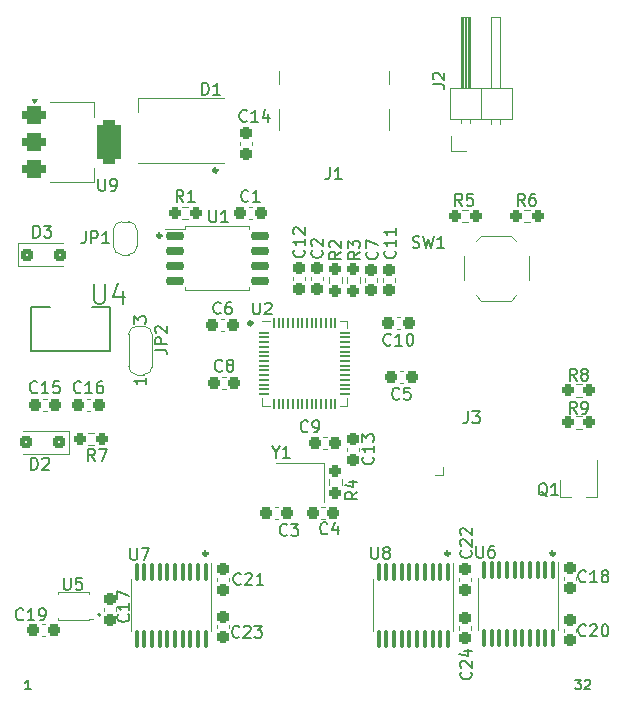
<source format=gto>
G04 #@! TF.GenerationSoftware,KiCad,Pcbnew,7.0.11*
G04 #@! TF.CreationDate,2024-02-24T15:31:06+03:00*
G04 #@! TF.ProjectId,GameboyCartridgeV1.1,47616d65-626f-4794-9361-727472696467,rev?*
G04 #@! TF.SameCoordinates,Original*
G04 #@! TF.FileFunction,Legend,Top*
G04 #@! TF.FilePolarity,Positive*
%FSLAX46Y46*%
G04 Gerber Fmt 4.6, Leading zero omitted, Abs format (unit mm)*
G04 Created by KiCad (PCBNEW 7.0.11) date 2024-02-24 15:31:06*
%MOMM*%
%LPD*%
G01*
G04 APERTURE LIST*
G04 Aperture macros list*
%AMRoundRect*
0 Rectangle with rounded corners*
0 $1 Rounding radius*
0 $2 $3 $4 $5 $6 $7 $8 $9 X,Y pos of 4 corners*
0 Add a 4 corners polygon primitive as box body*
4,1,4,$2,$3,$4,$5,$6,$7,$8,$9,$2,$3,0*
0 Add four circle primitives for the rounded corners*
1,1,$1+$1,$2,$3*
1,1,$1+$1,$4,$5*
1,1,$1+$1,$6,$7*
1,1,$1+$1,$8,$9*
0 Add four rect primitives between the rounded corners*
20,1,$1+$1,$2,$3,$4,$5,0*
20,1,$1+$1,$4,$5,$6,$7,0*
20,1,$1+$1,$6,$7,$8,$9,0*
20,1,$1+$1,$8,$9,$2,$3,0*%
%AMFreePoly0*
4,1,19,0.550000,-0.750000,0.000000,-0.750000,0.000000,-0.744911,-0.071157,-0.744911,-0.207708,-0.704816,-0.327430,-0.627875,-0.420627,-0.520320,-0.479746,-0.390866,-0.500000,-0.250000,-0.500000,0.250000,-0.479746,0.390866,-0.420627,0.520320,-0.327430,0.627875,-0.207708,0.704816,-0.071157,0.744911,0.000000,0.744911,0.000000,0.750000,0.550000,0.750000,0.550000,-0.750000,0.550000,-0.750000,
$1*%
%AMFreePoly1*
4,1,19,0.000000,0.744911,0.071157,0.744911,0.207708,0.704816,0.327430,0.627875,0.420627,0.520320,0.479746,0.390866,0.500000,0.250000,0.500000,-0.250000,0.479746,-0.390866,0.420627,-0.520320,0.327430,-0.627875,0.207708,-0.704816,0.071157,-0.744911,0.000000,-0.744911,0.000000,-0.750000,-0.550000,-0.750000,-0.550000,0.750000,0.000000,0.750000,0.000000,0.744911,0.000000,0.744911,
$1*%
%AMFreePoly2*
4,1,19,0.500000,-0.750000,0.000000,-0.750000,0.000000,-0.744911,-0.071157,-0.744911,-0.207708,-0.704816,-0.327430,-0.627875,-0.420627,-0.520320,-0.479746,-0.390866,-0.500000,-0.250000,-0.500000,0.250000,-0.479746,0.390866,-0.420627,0.520320,-0.327430,0.627875,-0.207708,0.704816,-0.071157,0.744911,0.000000,0.744911,0.000000,0.750000,0.500000,0.750000,0.500000,-0.750000,0.500000,-0.750000,
$1*%
%AMFreePoly3*
4,1,19,0.000000,0.744911,0.071157,0.744911,0.207708,0.704816,0.327430,0.627875,0.420627,0.520320,0.479746,0.390866,0.500000,0.250000,0.500000,-0.250000,0.479746,-0.390866,0.420627,-0.520320,0.327430,-0.627875,0.207708,-0.704816,0.071157,-0.744911,0.000000,-0.744911,0.000000,-0.750000,-0.500000,-0.750000,-0.500000,0.750000,0.000000,0.750000,0.000000,0.744911,0.000000,0.744911,
$1*%
G04 Aperture macros list end*
%ADD10C,0.300000*%
%ADD11C,0.200000*%
%ADD12C,0.150000*%
%ADD13C,0.120000*%
%ADD14C,0.152400*%
%ADD15C,0.650000*%
%ADD16R,0.600000X1.150000*%
%ADD17R,0.300000X1.150000*%
%ADD18O,1.000000X2.100000*%
%ADD19O,1.000000X1.800000*%
%ADD20RoundRect,0.237500X-0.300000X-0.237500X0.300000X-0.237500X0.300000X0.237500X-0.300000X0.237500X0*%
%ADD21FreePoly0,90.000000*%
%ADD22FreePoly1,90.000000*%
%ADD23RoundRect,0.237500X-0.237500X0.300000X-0.237500X-0.300000X0.237500X-0.300000X0.237500X0.300000X0*%
%ADD24RoundRect,0.237500X0.237500X-0.250000X0.237500X0.250000X-0.237500X0.250000X-0.237500X-0.250000X0*%
%ADD25RoundRect,0.237500X-0.237500X0.250000X-0.237500X-0.250000X0.237500X-0.250000X0.237500X0.250000X0*%
%ADD26RoundRect,0.375000X-0.625000X-0.375000X0.625000X-0.375000X0.625000X0.375000X-0.625000X0.375000X0*%
%ADD27RoundRect,0.500000X-0.500000X-1.400000X0.500000X-1.400000X0.500000X1.400000X-0.500000X1.400000X0*%
%ADD28RoundRect,0.237500X0.237500X-0.300000X0.237500X0.300000X-0.237500X0.300000X-0.237500X-0.300000X0*%
%ADD29C,0.860000*%
%ADD30RoundRect,0.237500X0.300000X0.237500X-0.300000X0.237500X-0.300000X-0.237500X0.300000X-0.237500X0*%
%ADD31R,1.700000X1.000000*%
%ADD32RoundRect,0.237500X0.250000X0.237500X-0.250000X0.237500X-0.250000X-0.237500X0.250000X-0.237500X0*%
%ADD33R,0.609600X1.625600*%
%ADD34R,3.175000X1.854200*%
%ADD35C,2.374900*%
%ADD36C,0.990600*%
%ADD37C,0.787400*%
%ADD38C,2.000000*%
%ADD39C,7.200000*%
%ADD40RoundRect,0.050000X-0.387500X-0.050000X0.387500X-0.050000X0.387500X0.050000X-0.387500X0.050000X0*%
%ADD41RoundRect,0.050000X-0.050000X-0.387500X0.050000X-0.387500X0.050000X0.387500X-0.050000X0.387500X0*%
%ADD42R,3.200000X3.200000*%
%ADD43R,1.700000X1.700000*%
%ADD44O,1.700000X1.700000*%
%ADD45R,1.400000X1.200000*%
%ADD46RoundRect,0.237500X-0.250000X-0.237500X0.250000X-0.237500X0.250000X0.237500X-0.250000X0.237500X0*%
%ADD47R,1.500000X0.900000*%
%ADD48RoundRect,0.100000X-0.100000X0.637500X-0.100000X-0.637500X0.100000X-0.637500X0.100000X0.637500X0*%
%ADD49FreePoly2,90.000000*%
%ADD50FreePoly3,90.000000*%
%ADD51RoundRect,0.150000X-0.650000X-0.150000X0.650000X-0.150000X0.650000X0.150000X-0.650000X0.150000X0*%
%ADD52RoundRect,0.250000X-0.300000X-0.300000X0.300000X-0.300000X0.300000X0.300000X-0.300000X0.300000X0*%
%ADD53R,0.800000X1.900000*%
%ADD54RoundRect,0.250000X0.300000X0.300000X-0.300000X0.300000X-0.300000X-0.300000X0.300000X-0.300000X0*%
%ADD55R,0.750000X0.250000*%
G04 APERTURE END LIST*
D10*
X123950000Y-96700000D02*
G75*
G03*
X123650000Y-96700000I-150000J0D01*
G01*
X123650000Y-96700000D02*
G75*
G03*
X123950000Y-96700000I150000J0D01*
G01*
D11*
X94400000Y-101900000D02*
G75*
G03*
X94200000Y-101900000I-100000J0D01*
G01*
X94200000Y-101900000D02*
G75*
G03*
X94400000Y-101900000I100000J0D01*
G01*
D10*
X107250000Y-77200000D02*
G75*
G03*
X106950000Y-77200000I-150000J0D01*
G01*
X106950000Y-77200000D02*
G75*
G03*
X107250000Y-77200000I150000J0D01*
G01*
X103450000Y-96700000D02*
G75*
G03*
X103150000Y-96700000I-150000J0D01*
G01*
X103150000Y-96700000D02*
G75*
G03*
X103450000Y-96700000I150000J0D01*
G01*
X104290000Y-64262000D02*
G75*
G03*
X103990000Y-64262000I-150000J0D01*
G01*
X103990000Y-64262000D02*
G75*
G03*
X104290000Y-64262000I150000J0D01*
G01*
X132850000Y-96700000D02*
G75*
G03*
X132550000Y-96700000I-150000J0D01*
G01*
X132550000Y-96700000D02*
G75*
G03*
X132850000Y-96700000I150000J0D01*
G01*
X99550000Y-69800000D02*
G75*
G03*
X99250000Y-69800000I-150000J0D01*
G01*
X99250000Y-69800000D02*
G75*
G03*
X99550000Y-69800000I150000J0D01*
G01*
D12*
X113826666Y-64014819D02*
X113826666Y-64729104D01*
X113826666Y-64729104D02*
X113779047Y-64871961D01*
X113779047Y-64871961D02*
X113683809Y-64967200D01*
X113683809Y-64967200D02*
X113540952Y-65014819D01*
X113540952Y-65014819D02*
X113445714Y-65014819D01*
X114826666Y-65014819D02*
X114255238Y-65014819D01*
X114540952Y-65014819D02*
X114540952Y-64014819D01*
X114540952Y-64014819D02*
X114445714Y-64157676D01*
X114445714Y-64157676D02*
X114350476Y-64252914D01*
X114350476Y-64252914D02*
X114255238Y-64300533D01*
X104709933Y-81200180D02*
X104662314Y-81247800D01*
X104662314Y-81247800D02*
X104519457Y-81295419D01*
X104519457Y-81295419D02*
X104424219Y-81295419D01*
X104424219Y-81295419D02*
X104281362Y-81247800D01*
X104281362Y-81247800D02*
X104186124Y-81152561D01*
X104186124Y-81152561D02*
X104138505Y-81057323D01*
X104138505Y-81057323D02*
X104090886Y-80866847D01*
X104090886Y-80866847D02*
X104090886Y-80723990D01*
X104090886Y-80723990D02*
X104138505Y-80533514D01*
X104138505Y-80533514D02*
X104186124Y-80438276D01*
X104186124Y-80438276D02*
X104281362Y-80343038D01*
X104281362Y-80343038D02*
X104424219Y-80295419D01*
X104424219Y-80295419D02*
X104519457Y-80295419D01*
X104519457Y-80295419D02*
X104662314Y-80343038D01*
X104662314Y-80343038D02*
X104709933Y-80390657D01*
X105281362Y-80723990D02*
X105186124Y-80676371D01*
X105186124Y-80676371D02*
X105138505Y-80628752D01*
X105138505Y-80628752D02*
X105090886Y-80533514D01*
X105090886Y-80533514D02*
X105090886Y-80485895D01*
X105090886Y-80485895D02*
X105138505Y-80390657D01*
X105138505Y-80390657D02*
X105186124Y-80343038D01*
X105186124Y-80343038D02*
X105281362Y-80295419D01*
X105281362Y-80295419D02*
X105471838Y-80295419D01*
X105471838Y-80295419D02*
X105567076Y-80343038D01*
X105567076Y-80343038D02*
X105614695Y-80390657D01*
X105614695Y-80390657D02*
X105662314Y-80485895D01*
X105662314Y-80485895D02*
X105662314Y-80533514D01*
X105662314Y-80533514D02*
X105614695Y-80628752D01*
X105614695Y-80628752D02*
X105567076Y-80676371D01*
X105567076Y-80676371D02*
X105471838Y-80723990D01*
X105471838Y-80723990D02*
X105281362Y-80723990D01*
X105281362Y-80723990D02*
X105186124Y-80771609D01*
X105186124Y-80771609D02*
X105138505Y-80819228D01*
X105138505Y-80819228D02*
X105090886Y-80914466D01*
X105090886Y-80914466D02*
X105090886Y-81104942D01*
X105090886Y-81104942D02*
X105138505Y-81200180D01*
X105138505Y-81200180D02*
X105186124Y-81247800D01*
X105186124Y-81247800D02*
X105281362Y-81295419D01*
X105281362Y-81295419D02*
X105471838Y-81295419D01*
X105471838Y-81295419D02*
X105567076Y-81247800D01*
X105567076Y-81247800D02*
X105614695Y-81200180D01*
X105614695Y-81200180D02*
X105662314Y-81104942D01*
X105662314Y-81104942D02*
X105662314Y-80914466D01*
X105662314Y-80914466D02*
X105614695Y-80819228D01*
X105614695Y-80819228D02*
X105567076Y-80771609D01*
X105567076Y-80771609D02*
X105471838Y-80723990D01*
X99022819Y-79446333D02*
X99737104Y-79446333D01*
X99737104Y-79446333D02*
X99879961Y-79493952D01*
X99879961Y-79493952D02*
X99975200Y-79589190D01*
X99975200Y-79589190D02*
X100022819Y-79732047D01*
X100022819Y-79732047D02*
X100022819Y-79827285D01*
X100022819Y-78970142D02*
X99022819Y-78970142D01*
X99022819Y-78970142D02*
X99022819Y-78589190D01*
X99022819Y-78589190D02*
X99070438Y-78493952D01*
X99070438Y-78493952D02*
X99118057Y-78446333D01*
X99118057Y-78446333D02*
X99213295Y-78398714D01*
X99213295Y-78398714D02*
X99356152Y-78398714D01*
X99356152Y-78398714D02*
X99451390Y-78446333D01*
X99451390Y-78446333D02*
X99499009Y-78493952D01*
X99499009Y-78493952D02*
X99546628Y-78589190D01*
X99546628Y-78589190D02*
X99546628Y-78970142D01*
X99118057Y-78017761D02*
X99070438Y-77970142D01*
X99070438Y-77970142D02*
X99022819Y-77874904D01*
X99022819Y-77874904D02*
X99022819Y-77636809D01*
X99022819Y-77636809D02*
X99070438Y-77541571D01*
X99070438Y-77541571D02*
X99118057Y-77493952D01*
X99118057Y-77493952D02*
X99213295Y-77446333D01*
X99213295Y-77446333D02*
X99308533Y-77446333D01*
X99308533Y-77446333D02*
X99451390Y-77493952D01*
X99451390Y-77493952D02*
X100022819Y-78065380D01*
X100022819Y-78065380D02*
X100022819Y-77446333D01*
X98244819Y-81816285D02*
X98244819Y-82387713D01*
X98244819Y-82101999D02*
X97244819Y-82101999D01*
X97244819Y-82101999D02*
X97387676Y-82197237D01*
X97387676Y-82197237D02*
X97482914Y-82292475D01*
X97482914Y-82292475D02*
X97530533Y-82387713D01*
X97244819Y-77235332D02*
X97244819Y-76616285D01*
X97244819Y-76616285D02*
X97625771Y-76949618D01*
X97625771Y-76949618D02*
X97625771Y-76806761D01*
X97625771Y-76806761D02*
X97673390Y-76711523D01*
X97673390Y-76711523D02*
X97721009Y-76663904D01*
X97721009Y-76663904D02*
X97816247Y-76616285D01*
X97816247Y-76616285D02*
X98054342Y-76616285D01*
X98054342Y-76616285D02*
X98149580Y-76663904D01*
X98149580Y-76663904D02*
X98197200Y-76711523D01*
X98197200Y-76711523D02*
X98244819Y-76806761D01*
X98244819Y-76806761D02*
X98244819Y-77092475D01*
X98244819Y-77092475D02*
X98197200Y-77187713D01*
X98197200Y-77187713D02*
X98149580Y-77235332D01*
X135501142Y-99038580D02*
X135453523Y-99086200D01*
X135453523Y-99086200D02*
X135310666Y-99133819D01*
X135310666Y-99133819D02*
X135215428Y-99133819D01*
X135215428Y-99133819D02*
X135072571Y-99086200D01*
X135072571Y-99086200D02*
X134977333Y-98990961D01*
X134977333Y-98990961D02*
X134929714Y-98895723D01*
X134929714Y-98895723D02*
X134882095Y-98705247D01*
X134882095Y-98705247D02*
X134882095Y-98562390D01*
X134882095Y-98562390D02*
X134929714Y-98371914D01*
X134929714Y-98371914D02*
X134977333Y-98276676D01*
X134977333Y-98276676D02*
X135072571Y-98181438D01*
X135072571Y-98181438D02*
X135215428Y-98133819D01*
X135215428Y-98133819D02*
X135310666Y-98133819D01*
X135310666Y-98133819D02*
X135453523Y-98181438D01*
X135453523Y-98181438D02*
X135501142Y-98229057D01*
X136453523Y-99133819D02*
X135882095Y-99133819D01*
X136167809Y-99133819D02*
X136167809Y-98133819D01*
X136167809Y-98133819D02*
X136072571Y-98276676D01*
X136072571Y-98276676D02*
X135977333Y-98371914D01*
X135977333Y-98371914D02*
X135882095Y-98419533D01*
X137024952Y-98562390D02*
X136929714Y-98514771D01*
X136929714Y-98514771D02*
X136882095Y-98467152D01*
X136882095Y-98467152D02*
X136834476Y-98371914D01*
X136834476Y-98371914D02*
X136834476Y-98324295D01*
X136834476Y-98324295D02*
X136882095Y-98229057D01*
X136882095Y-98229057D02*
X136929714Y-98181438D01*
X136929714Y-98181438D02*
X137024952Y-98133819D01*
X137024952Y-98133819D02*
X137215428Y-98133819D01*
X137215428Y-98133819D02*
X137310666Y-98181438D01*
X137310666Y-98181438D02*
X137358285Y-98229057D01*
X137358285Y-98229057D02*
X137405904Y-98324295D01*
X137405904Y-98324295D02*
X137405904Y-98371914D01*
X137405904Y-98371914D02*
X137358285Y-98467152D01*
X137358285Y-98467152D02*
X137310666Y-98514771D01*
X137310666Y-98514771D02*
X137215428Y-98562390D01*
X137215428Y-98562390D02*
X137024952Y-98562390D01*
X137024952Y-98562390D02*
X136929714Y-98610009D01*
X136929714Y-98610009D02*
X136882095Y-98657628D01*
X136882095Y-98657628D02*
X136834476Y-98752866D01*
X136834476Y-98752866D02*
X136834476Y-98943342D01*
X136834476Y-98943342D02*
X136882095Y-99038580D01*
X136882095Y-99038580D02*
X136929714Y-99086200D01*
X136929714Y-99086200D02*
X137024952Y-99133819D01*
X137024952Y-99133819D02*
X137215428Y-99133819D01*
X137215428Y-99133819D02*
X137310666Y-99086200D01*
X137310666Y-99086200D02*
X137358285Y-99038580D01*
X137358285Y-99038580D02*
X137405904Y-98943342D01*
X137405904Y-98943342D02*
X137405904Y-98752866D01*
X137405904Y-98752866D02*
X137358285Y-98657628D01*
X137358285Y-98657628D02*
X137310666Y-98610009D01*
X137310666Y-98610009D02*
X137215428Y-98562390D01*
X116378819Y-71159666D02*
X115902628Y-71492999D01*
X116378819Y-71731094D02*
X115378819Y-71731094D01*
X115378819Y-71731094D02*
X115378819Y-71350142D01*
X115378819Y-71350142D02*
X115426438Y-71254904D01*
X115426438Y-71254904D02*
X115474057Y-71207285D01*
X115474057Y-71207285D02*
X115569295Y-71159666D01*
X115569295Y-71159666D02*
X115712152Y-71159666D01*
X115712152Y-71159666D02*
X115807390Y-71207285D01*
X115807390Y-71207285D02*
X115855009Y-71254904D01*
X115855009Y-71254904D02*
X115902628Y-71350142D01*
X115902628Y-71350142D02*
X115902628Y-71731094D01*
X115378819Y-70826332D02*
X115378819Y-70207285D01*
X115378819Y-70207285D02*
X115759771Y-70540618D01*
X115759771Y-70540618D02*
X115759771Y-70397761D01*
X115759771Y-70397761D02*
X115807390Y-70302523D01*
X115807390Y-70302523D02*
X115855009Y-70254904D01*
X115855009Y-70254904D02*
X115950247Y-70207285D01*
X115950247Y-70207285D02*
X116188342Y-70207285D01*
X116188342Y-70207285D02*
X116283580Y-70254904D01*
X116283580Y-70254904D02*
X116331200Y-70302523D01*
X116331200Y-70302523D02*
X116378819Y-70397761D01*
X116378819Y-70397761D02*
X116378819Y-70683475D01*
X116378819Y-70683475D02*
X116331200Y-70778713D01*
X116331200Y-70778713D02*
X116283580Y-70826332D01*
X116151819Y-91479666D02*
X115675628Y-91812999D01*
X116151819Y-92051094D02*
X115151819Y-92051094D01*
X115151819Y-92051094D02*
X115151819Y-91670142D01*
X115151819Y-91670142D02*
X115199438Y-91574904D01*
X115199438Y-91574904D02*
X115247057Y-91527285D01*
X115247057Y-91527285D02*
X115342295Y-91479666D01*
X115342295Y-91479666D02*
X115485152Y-91479666D01*
X115485152Y-91479666D02*
X115580390Y-91527285D01*
X115580390Y-91527285D02*
X115628009Y-91574904D01*
X115628009Y-91574904D02*
X115675628Y-91670142D01*
X115675628Y-91670142D02*
X115675628Y-92051094D01*
X115485152Y-90622523D02*
X116151819Y-90622523D01*
X115104200Y-90860618D02*
X115818485Y-91098713D01*
X115818485Y-91098713D02*
X115818485Y-90479666D01*
X94234095Y-64986819D02*
X94234095Y-65796342D01*
X94234095Y-65796342D02*
X94281714Y-65891580D01*
X94281714Y-65891580D02*
X94329333Y-65939200D01*
X94329333Y-65939200D02*
X94424571Y-65986819D01*
X94424571Y-65986819D02*
X94615047Y-65986819D01*
X94615047Y-65986819D02*
X94710285Y-65939200D01*
X94710285Y-65939200D02*
X94757904Y-65891580D01*
X94757904Y-65891580D02*
X94805523Y-65796342D01*
X94805523Y-65796342D02*
X94805523Y-64986819D01*
X95329333Y-65986819D02*
X95519809Y-65986819D01*
X95519809Y-65986819D02*
X95615047Y-65939200D01*
X95615047Y-65939200D02*
X95662666Y-65891580D01*
X95662666Y-65891580D02*
X95757904Y-65748723D01*
X95757904Y-65748723D02*
X95805523Y-65558247D01*
X95805523Y-65558247D02*
X95805523Y-65177295D01*
X95805523Y-65177295D02*
X95757904Y-65082057D01*
X95757904Y-65082057D02*
X95710285Y-65034438D01*
X95710285Y-65034438D02*
X95615047Y-64986819D01*
X95615047Y-64986819D02*
X95424571Y-64986819D01*
X95424571Y-64986819D02*
X95329333Y-65034438D01*
X95329333Y-65034438D02*
X95281714Y-65082057D01*
X95281714Y-65082057D02*
X95234095Y-65177295D01*
X95234095Y-65177295D02*
X95234095Y-65415390D01*
X95234095Y-65415390D02*
X95281714Y-65510628D01*
X95281714Y-65510628D02*
X95329333Y-65558247D01*
X95329333Y-65558247D02*
X95424571Y-65605866D01*
X95424571Y-65605866D02*
X95615047Y-65605866D01*
X95615047Y-65605866D02*
X95710285Y-65558247D01*
X95710285Y-65558247D02*
X95757904Y-65510628D01*
X95757904Y-65510628D02*
X95805523Y-65415390D01*
X111611580Y-71000857D02*
X111659200Y-71048476D01*
X111659200Y-71048476D02*
X111706819Y-71191333D01*
X111706819Y-71191333D02*
X111706819Y-71286571D01*
X111706819Y-71286571D02*
X111659200Y-71429428D01*
X111659200Y-71429428D02*
X111563961Y-71524666D01*
X111563961Y-71524666D02*
X111468723Y-71572285D01*
X111468723Y-71572285D02*
X111278247Y-71619904D01*
X111278247Y-71619904D02*
X111135390Y-71619904D01*
X111135390Y-71619904D02*
X110944914Y-71572285D01*
X110944914Y-71572285D02*
X110849676Y-71524666D01*
X110849676Y-71524666D02*
X110754438Y-71429428D01*
X110754438Y-71429428D02*
X110706819Y-71286571D01*
X110706819Y-71286571D02*
X110706819Y-71191333D01*
X110706819Y-71191333D02*
X110754438Y-71048476D01*
X110754438Y-71048476D02*
X110802057Y-71000857D01*
X111706819Y-70048476D02*
X111706819Y-70619904D01*
X111706819Y-70334190D02*
X110706819Y-70334190D01*
X110706819Y-70334190D02*
X110849676Y-70429428D01*
X110849676Y-70429428D02*
X110944914Y-70524666D01*
X110944914Y-70524666D02*
X110992533Y-70619904D01*
X110802057Y-69667523D02*
X110754438Y-69619904D01*
X110754438Y-69619904D02*
X110706819Y-69524666D01*
X110706819Y-69524666D02*
X110706819Y-69286571D01*
X110706819Y-69286571D02*
X110754438Y-69191333D01*
X110754438Y-69191333D02*
X110802057Y-69143714D01*
X110802057Y-69143714D02*
X110897295Y-69096095D01*
X110897295Y-69096095D02*
X110992533Y-69096095D01*
X110992533Y-69096095D02*
X111135390Y-69143714D01*
X111135390Y-69143714D02*
X111706819Y-69715142D01*
X111706819Y-69715142D02*
X111706819Y-69096095D01*
X113135580Y-71032666D02*
X113183200Y-71080285D01*
X113183200Y-71080285D02*
X113230819Y-71223142D01*
X113230819Y-71223142D02*
X113230819Y-71318380D01*
X113230819Y-71318380D02*
X113183200Y-71461237D01*
X113183200Y-71461237D02*
X113087961Y-71556475D01*
X113087961Y-71556475D02*
X112992723Y-71604094D01*
X112992723Y-71604094D02*
X112802247Y-71651713D01*
X112802247Y-71651713D02*
X112659390Y-71651713D01*
X112659390Y-71651713D02*
X112468914Y-71604094D01*
X112468914Y-71604094D02*
X112373676Y-71556475D01*
X112373676Y-71556475D02*
X112278438Y-71461237D01*
X112278438Y-71461237D02*
X112230819Y-71318380D01*
X112230819Y-71318380D02*
X112230819Y-71223142D01*
X112230819Y-71223142D02*
X112278438Y-71080285D01*
X112278438Y-71080285D02*
X112326057Y-71032666D01*
X112326057Y-70651713D02*
X112278438Y-70604094D01*
X112278438Y-70604094D02*
X112230819Y-70508856D01*
X112230819Y-70508856D02*
X112230819Y-70270761D01*
X112230819Y-70270761D02*
X112278438Y-70175523D01*
X112278438Y-70175523D02*
X112326057Y-70127904D01*
X112326057Y-70127904D02*
X112421295Y-70080285D01*
X112421295Y-70080285D02*
X112516533Y-70080285D01*
X112516533Y-70080285D02*
X112659390Y-70127904D01*
X112659390Y-70127904D02*
X113230819Y-70699332D01*
X113230819Y-70699332D02*
X113230819Y-70080285D01*
X117453580Y-88526857D02*
X117501200Y-88574476D01*
X117501200Y-88574476D02*
X117548819Y-88717333D01*
X117548819Y-88717333D02*
X117548819Y-88812571D01*
X117548819Y-88812571D02*
X117501200Y-88955428D01*
X117501200Y-88955428D02*
X117405961Y-89050666D01*
X117405961Y-89050666D02*
X117310723Y-89098285D01*
X117310723Y-89098285D02*
X117120247Y-89145904D01*
X117120247Y-89145904D02*
X116977390Y-89145904D01*
X116977390Y-89145904D02*
X116786914Y-89098285D01*
X116786914Y-89098285D02*
X116691676Y-89050666D01*
X116691676Y-89050666D02*
X116596438Y-88955428D01*
X116596438Y-88955428D02*
X116548819Y-88812571D01*
X116548819Y-88812571D02*
X116548819Y-88717333D01*
X116548819Y-88717333D02*
X116596438Y-88574476D01*
X116596438Y-88574476D02*
X116644057Y-88526857D01*
X117548819Y-87574476D02*
X117548819Y-88145904D01*
X117548819Y-87860190D02*
X116548819Y-87860190D01*
X116548819Y-87860190D02*
X116691676Y-87955428D01*
X116691676Y-87955428D02*
X116786914Y-88050666D01*
X116786914Y-88050666D02*
X116834533Y-88145904D01*
X116548819Y-87241142D02*
X116548819Y-86622095D01*
X116548819Y-86622095D02*
X116929771Y-86955428D01*
X116929771Y-86955428D02*
X116929771Y-86812571D01*
X116929771Y-86812571D02*
X116977390Y-86717333D01*
X116977390Y-86717333D02*
X117025009Y-86669714D01*
X117025009Y-86669714D02*
X117120247Y-86622095D01*
X117120247Y-86622095D02*
X117358342Y-86622095D01*
X117358342Y-86622095D02*
X117453580Y-86669714D01*
X117453580Y-86669714D02*
X117501200Y-86717333D01*
X117501200Y-86717333D02*
X117548819Y-86812571D01*
X117548819Y-86812571D02*
X117548819Y-87098285D01*
X117548819Y-87098285D02*
X117501200Y-87193523D01*
X117501200Y-87193523D02*
X117453580Y-87241142D01*
X134619342Y-107396010D02*
X135114580Y-107396010D01*
X135114580Y-107396010D02*
X134847914Y-107700772D01*
X134847914Y-107700772D02*
X134962199Y-107700772D01*
X134962199Y-107700772D02*
X135038390Y-107738867D01*
X135038390Y-107738867D02*
X135076485Y-107776962D01*
X135076485Y-107776962D02*
X135114580Y-107853153D01*
X135114580Y-107853153D02*
X135114580Y-108043629D01*
X135114580Y-108043629D02*
X135076485Y-108119819D01*
X135076485Y-108119819D02*
X135038390Y-108157915D01*
X135038390Y-108157915D02*
X134962199Y-108196010D01*
X134962199Y-108196010D02*
X134733628Y-108196010D01*
X134733628Y-108196010D02*
X134657437Y-108157915D01*
X134657437Y-108157915D02*
X134619342Y-108119819D01*
X135419342Y-107472200D02*
X135457438Y-107434105D01*
X135457438Y-107434105D02*
X135533628Y-107396010D01*
X135533628Y-107396010D02*
X135724104Y-107396010D01*
X135724104Y-107396010D02*
X135800295Y-107434105D01*
X135800295Y-107434105D02*
X135838390Y-107472200D01*
X135838390Y-107472200D02*
X135876485Y-107548391D01*
X135876485Y-107548391D02*
X135876485Y-107624581D01*
X135876485Y-107624581D02*
X135838390Y-107738867D01*
X135838390Y-107738867D02*
X135381247Y-108196010D01*
X135381247Y-108196010D02*
X135876485Y-108196010D01*
X88495533Y-108196010D02*
X88038390Y-108196010D01*
X88266962Y-108196010D02*
X88266962Y-107396010D01*
X88266962Y-107396010D02*
X88190771Y-107510295D01*
X88190771Y-107510295D02*
X88114581Y-107586486D01*
X88114581Y-107586486D02*
X88038390Y-107624581D01*
X119721333Y-83577580D02*
X119673714Y-83625200D01*
X119673714Y-83625200D02*
X119530857Y-83672819D01*
X119530857Y-83672819D02*
X119435619Y-83672819D01*
X119435619Y-83672819D02*
X119292762Y-83625200D01*
X119292762Y-83625200D02*
X119197524Y-83529961D01*
X119197524Y-83529961D02*
X119149905Y-83434723D01*
X119149905Y-83434723D02*
X119102286Y-83244247D01*
X119102286Y-83244247D02*
X119102286Y-83101390D01*
X119102286Y-83101390D02*
X119149905Y-82910914D01*
X119149905Y-82910914D02*
X119197524Y-82815676D01*
X119197524Y-82815676D02*
X119292762Y-82720438D01*
X119292762Y-82720438D02*
X119435619Y-82672819D01*
X119435619Y-82672819D02*
X119530857Y-82672819D01*
X119530857Y-82672819D02*
X119673714Y-82720438D01*
X119673714Y-82720438D02*
X119721333Y-82768057D01*
X120626095Y-82672819D02*
X120149905Y-82672819D01*
X120149905Y-82672819D02*
X120102286Y-83149009D01*
X120102286Y-83149009D02*
X120149905Y-83101390D01*
X120149905Y-83101390D02*
X120245143Y-83053771D01*
X120245143Y-83053771D02*
X120483238Y-83053771D01*
X120483238Y-83053771D02*
X120578476Y-83101390D01*
X120578476Y-83101390D02*
X120626095Y-83149009D01*
X120626095Y-83149009D02*
X120673714Y-83244247D01*
X120673714Y-83244247D02*
X120673714Y-83482342D01*
X120673714Y-83482342D02*
X120626095Y-83577580D01*
X120626095Y-83577580D02*
X120578476Y-83625200D01*
X120578476Y-83625200D02*
X120483238Y-83672819D01*
X120483238Y-83672819D02*
X120245143Y-83672819D01*
X120245143Y-83672819D02*
X120149905Y-83625200D01*
X120149905Y-83625200D02*
X120102286Y-83577580D01*
X120846667Y-70767200D02*
X120989524Y-70814819D01*
X120989524Y-70814819D02*
X121227619Y-70814819D01*
X121227619Y-70814819D02*
X121322857Y-70767200D01*
X121322857Y-70767200D02*
X121370476Y-70719580D01*
X121370476Y-70719580D02*
X121418095Y-70624342D01*
X121418095Y-70624342D02*
X121418095Y-70529104D01*
X121418095Y-70529104D02*
X121370476Y-70433866D01*
X121370476Y-70433866D02*
X121322857Y-70386247D01*
X121322857Y-70386247D02*
X121227619Y-70338628D01*
X121227619Y-70338628D02*
X121037143Y-70291009D01*
X121037143Y-70291009D02*
X120941905Y-70243390D01*
X120941905Y-70243390D02*
X120894286Y-70195771D01*
X120894286Y-70195771D02*
X120846667Y-70100533D01*
X120846667Y-70100533D02*
X120846667Y-70005295D01*
X120846667Y-70005295D02*
X120894286Y-69910057D01*
X120894286Y-69910057D02*
X120941905Y-69862438D01*
X120941905Y-69862438D02*
X121037143Y-69814819D01*
X121037143Y-69814819D02*
X121275238Y-69814819D01*
X121275238Y-69814819D02*
X121418095Y-69862438D01*
X121751429Y-69814819D02*
X121989524Y-70814819D01*
X121989524Y-70814819D02*
X122180000Y-70100533D01*
X122180000Y-70100533D02*
X122370476Y-70814819D01*
X122370476Y-70814819D02*
X122608572Y-69814819D01*
X123513333Y-70814819D02*
X122941905Y-70814819D01*
X123227619Y-70814819D02*
X123227619Y-69814819D01*
X123227619Y-69814819D02*
X123132381Y-69957676D01*
X123132381Y-69957676D02*
X123037143Y-70052914D01*
X123037143Y-70052914D02*
X122941905Y-70100533D01*
X134733333Y-84854819D02*
X134400000Y-84378628D01*
X134161905Y-84854819D02*
X134161905Y-83854819D01*
X134161905Y-83854819D02*
X134542857Y-83854819D01*
X134542857Y-83854819D02*
X134638095Y-83902438D01*
X134638095Y-83902438D02*
X134685714Y-83950057D01*
X134685714Y-83950057D02*
X134733333Y-84045295D01*
X134733333Y-84045295D02*
X134733333Y-84188152D01*
X134733333Y-84188152D02*
X134685714Y-84283390D01*
X134685714Y-84283390D02*
X134638095Y-84331009D01*
X134638095Y-84331009D02*
X134542857Y-84378628D01*
X134542857Y-84378628D02*
X134161905Y-84378628D01*
X135209524Y-84854819D02*
X135400000Y-84854819D01*
X135400000Y-84854819D02*
X135495238Y-84807200D01*
X135495238Y-84807200D02*
X135542857Y-84759580D01*
X135542857Y-84759580D02*
X135638095Y-84616723D01*
X135638095Y-84616723D02*
X135685714Y-84426247D01*
X135685714Y-84426247D02*
X135685714Y-84045295D01*
X135685714Y-84045295D02*
X135638095Y-83950057D01*
X135638095Y-83950057D02*
X135590476Y-83902438D01*
X135590476Y-83902438D02*
X135495238Y-83854819D01*
X135495238Y-83854819D02*
X135304762Y-83854819D01*
X135304762Y-83854819D02*
X135209524Y-83902438D01*
X135209524Y-83902438D02*
X135161905Y-83950057D01*
X135161905Y-83950057D02*
X135114286Y-84045295D01*
X135114286Y-84045295D02*
X135114286Y-84283390D01*
X135114286Y-84283390D02*
X135161905Y-84378628D01*
X135161905Y-84378628D02*
X135209524Y-84426247D01*
X135209524Y-84426247D02*
X135304762Y-84473866D01*
X135304762Y-84473866D02*
X135495238Y-84473866D01*
X135495238Y-84473866D02*
X135590476Y-84426247D01*
X135590476Y-84426247D02*
X135638095Y-84378628D01*
X135638095Y-84378628D02*
X135685714Y-84283390D01*
X93872966Y-73913536D02*
X93872966Y-75241696D01*
X93872966Y-75241696D02*
X93951093Y-75397950D01*
X93951093Y-75397950D02*
X94029220Y-75476078D01*
X94029220Y-75476078D02*
X94185474Y-75554205D01*
X94185474Y-75554205D02*
X94497983Y-75554205D01*
X94497983Y-75554205D02*
X94654237Y-75476078D01*
X94654237Y-75476078D02*
X94732364Y-75397950D01*
X94732364Y-75397950D02*
X94810491Y-75241696D01*
X94810491Y-75241696D02*
X94810491Y-73913536D01*
X96294906Y-74460425D02*
X96294906Y-75554205D01*
X95904270Y-73835409D02*
X95513635Y-75007315D01*
X95513635Y-75007315D02*
X96529287Y-75007315D01*
X110196333Y-95101580D02*
X110148714Y-95149200D01*
X110148714Y-95149200D02*
X110005857Y-95196819D01*
X110005857Y-95196819D02*
X109910619Y-95196819D01*
X109910619Y-95196819D02*
X109767762Y-95149200D01*
X109767762Y-95149200D02*
X109672524Y-95053961D01*
X109672524Y-95053961D02*
X109624905Y-94958723D01*
X109624905Y-94958723D02*
X109577286Y-94768247D01*
X109577286Y-94768247D02*
X109577286Y-94625390D01*
X109577286Y-94625390D02*
X109624905Y-94434914D01*
X109624905Y-94434914D02*
X109672524Y-94339676D01*
X109672524Y-94339676D02*
X109767762Y-94244438D01*
X109767762Y-94244438D02*
X109910619Y-94196819D01*
X109910619Y-94196819D02*
X110005857Y-94196819D01*
X110005857Y-94196819D02*
X110148714Y-94244438D01*
X110148714Y-94244438D02*
X110196333Y-94292057D01*
X110529667Y-94196819D02*
X111148714Y-94196819D01*
X111148714Y-94196819D02*
X110815381Y-94577771D01*
X110815381Y-94577771D02*
X110958238Y-94577771D01*
X110958238Y-94577771D02*
X111053476Y-94625390D01*
X111053476Y-94625390D02*
X111101095Y-94673009D01*
X111101095Y-94673009D02*
X111148714Y-94768247D01*
X111148714Y-94768247D02*
X111148714Y-95006342D01*
X111148714Y-95006342D02*
X111101095Y-95101580D01*
X111101095Y-95101580D02*
X111053476Y-95149200D01*
X111053476Y-95149200D02*
X110958238Y-95196819D01*
X110958238Y-95196819D02*
X110672524Y-95196819D01*
X110672524Y-95196819D02*
X110577286Y-95149200D01*
X110577286Y-95149200D02*
X110529667Y-95101580D01*
X106291142Y-99259580D02*
X106243523Y-99307200D01*
X106243523Y-99307200D02*
X106100666Y-99354819D01*
X106100666Y-99354819D02*
X106005428Y-99354819D01*
X106005428Y-99354819D02*
X105862571Y-99307200D01*
X105862571Y-99307200D02*
X105767333Y-99211961D01*
X105767333Y-99211961D02*
X105719714Y-99116723D01*
X105719714Y-99116723D02*
X105672095Y-98926247D01*
X105672095Y-98926247D02*
X105672095Y-98783390D01*
X105672095Y-98783390D02*
X105719714Y-98592914D01*
X105719714Y-98592914D02*
X105767333Y-98497676D01*
X105767333Y-98497676D02*
X105862571Y-98402438D01*
X105862571Y-98402438D02*
X106005428Y-98354819D01*
X106005428Y-98354819D02*
X106100666Y-98354819D01*
X106100666Y-98354819D02*
X106243523Y-98402438D01*
X106243523Y-98402438D02*
X106291142Y-98450057D01*
X106672095Y-98450057D02*
X106719714Y-98402438D01*
X106719714Y-98402438D02*
X106814952Y-98354819D01*
X106814952Y-98354819D02*
X107053047Y-98354819D01*
X107053047Y-98354819D02*
X107148285Y-98402438D01*
X107148285Y-98402438D02*
X107195904Y-98450057D01*
X107195904Y-98450057D02*
X107243523Y-98545295D01*
X107243523Y-98545295D02*
X107243523Y-98640533D01*
X107243523Y-98640533D02*
X107195904Y-98783390D01*
X107195904Y-98783390D02*
X106624476Y-99354819D01*
X106624476Y-99354819D02*
X107243523Y-99354819D01*
X108195904Y-99354819D02*
X107624476Y-99354819D01*
X107910190Y-99354819D02*
X107910190Y-98354819D01*
X107910190Y-98354819D02*
X107814952Y-98497676D01*
X107814952Y-98497676D02*
X107719714Y-98592914D01*
X107719714Y-98592914D02*
X107624476Y-98640533D01*
X125523666Y-84671819D02*
X125523666Y-85386104D01*
X125523666Y-85386104D02*
X125476047Y-85528961D01*
X125476047Y-85528961D02*
X125380809Y-85624200D01*
X125380809Y-85624200D02*
X125237952Y-85671819D01*
X125237952Y-85671819D02*
X125142714Y-85671819D01*
X125904619Y-84671819D02*
X126523666Y-84671819D01*
X126523666Y-84671819D02*
X126190333Y-85052771D01*
X126190333Y-85052771D02*
X126333190Y-85052771D01*
X126333190Y-85052771D02*
X126428428Y-85100390D01*
X126428428Y-85100390D02*
X126476047Y-85148009D01*
X126476047Y-85148009D02*
X126523666Y-85243247D01*
X126523666Y-85243247D02*
X126523666Y-85481342D01*
X126523666Y-85481342D02*
X126476047Y-85576580D01*
X126476047Y-85576580D02*
X126428428Y-85624200D01*
X126428428Y-85624200D02*
X126333190Y-85671819D01*
X126333190Y-85671819D02*
X126047476Y-85671819D01*
X126047476Y-85671819D02*
X125952238Y-85624200D01*
X125952238Y-85624200D02*
X125904619Y-85576580D01*
X113625333Y-94974580D02*
X113577714Y-95022200D01*
X113577714Y-95022200D02*
X113434857Y-95069819D01*
X113434857Y-95069819D02*
X113339619Y-95069819D01*
X113339619Y-95069819D02*
X113196762Y-95022200D01*
X113196762Y-95022200D02*
X113101524Y-94926961D01*
X113101524Y-94926961D02*
X113053905Y-94831723D01*
X113053905Y-94831723D02*
X113006286Y-94641247D01*
X113006286Y-94641247D02*
X113006286Y-94498390D01*
X113006286Y-94498390D02*
X113053905Y-94307914D01*
X113053905Y-94307914D02*
X113101524Y-94212676D01*
X113101524Y-94212676D02*
X113196762Y-94117438D01*
X113196762Y-94117438D02*
X113339619Y-94069819D01*
X113339619Y-94069819D02*
X113434857Y-94069819D01*
X113434857Y-94069819D02*
X113577714Y-94117438D01*
X113577714Y-94117438D02*
X113625333Y-94165057D01*
X114482476Y-94403152D02*
X114482476Y-95069819D01*
X114244381Y-94022200D02*
X114006286Y-94736485D01*
X114006286Y-94736485D02*
X114625333Y-94736485D01*
X135501142Y-103610580D02*
X135453523Y-103658200D01*
X135453523Y-103658200D02*
X135310666Y-103705819D01*
X135310666Y-103705819D02*
X135215428Y-103705819D01*
X135215428Y-103705819D02*
X135072571Y-103658200D01*
X135072571Y-103658200D02*
X134977333Y-103562961D01*
X134977333Y-103562961D02*
X134929714Y-103467723D01*
X134929714Y-103467723D02*
X134882095Y-103277247D01*
X134882095Y-103277247D02*
X134882095Y-103134390D01*
X134882095Y-103134390D02*
X134929714Y-102943914D01*
X134929714Y-102943914D02*
X134977333Y-102848676D01*
X134977333Y-102848676D02*
X135072571Y-102753438D01*
X135072571Y-102753438D02*
X135215428Y-102705819D01*
X135215428Y-102705819D02*
X135310666Y-102705819D01*
X135310666Y-102705819D02*
X135453523Y-102753438D01*
X135453523Y-102753438D02*
X135501142Y-102801057D01*
X135882095Y-102801057D02*
X135929714Y-102753438D01*
X135929714Y-102753438D02*
X136024952Y-102705819D01*
X136024952Y-102705819D02*
X136263047Y-102705819D01*
X136263047Y-102705819D02*
X136358285Y-102753438D01*
X136358285Y-102753438D02*
X136405904Y-102801057D01*
X136405904Y-102801057D02*
X136453523Y-102896295D01*
X136453523Y-102896295D02*
X136453523Y-102991533D01*
X136453523Y-102991533D02*
X136405904Y-103134390D01*
X136405904Y-103134390D02*
X135834476Y-103705819D01*
X135834476Y-103705819D02*
X136453523Y-103705819D01*
X137072571Y-102705819D02*
X137167809Y-102705819D01*
X137167809Y-102705819D02*
X137263047Y-102753438D01*
X137263047Y-102753438D02*
X137310666Y-102801057D01*
X137310666Y-102801057D02*
X137358285Y-102896295D01*
X137358285Y-102896295D02*
X137405904Y-103086771D01*
X137405904Y-103086771D02*
X137405904Y-103324866D01*
X137405904Y-103324866D02*
X137358285Y-103515342D01*
X137358285Y-103515342D02*
X137310666Y-103610580D01*
X137310666Y-103610580D02*
X137263047Y-103658200D01*
X137263047Y-103658200D02*
X137167809Y-103705819D01*
X137167809Y-103705819D02*
X137072571Y-103705819D01*
X137072571Y-103705819D02*
X136977333Y-103658200D01*
X136977333Y-103658200D02*
X136929714Y-103610580D01*
X136929714Y-103610580D02*
X136882095Y-103515342D01*
X136882095Y-103515342D02*
X136834476Y-103324866D01*
X136834476Y-103324866D02*
X136834476Y-103086771D01*
X136834476Y-103086771D02*
X136882095Y-102896295D01*
X136882095Y-102896295D02*
X136929714Y-102801057D01*
X136929714Y-102801057D02*
X136977333Y-102753438D01*
X136977333Y-102753438D02*
X137072571Y-102705819D01*
X96752580Y-101861857D02*
X96800200Y-101909476D01*
X96800200Y-101909476D02*
X96847819Y-102052333D01*
X96847819Y-102052333D02*
X96847819Y-102147571D01*
X96847819Y-102147571D02*
X96800200Y-102290428D01*
X96800200Y-102290428D02*
X96704961Y-102385666D01*
X96704961Y-102385666D02*
X96609723Y-102433285D01*
X96609723Y-102433285D02*
X96419247Y-102480904D01*
X96419247Y-102480904D02*
X96276390Y-102480904D01*
X96276390Y-102480904D02*
X96085914Y-102433285D01*
X96085914Y-102433285D02*
X95990676Y-102385666D01*
X95990676Y-102385666D02*
X95895438Y-102290428D01*
X95895438Y-102290428D02*
X95847819Y-102147571D01*
X95847819Y-102147571D02*
X95847819Y-102052333D01*
X95847819Y-102052333D02*
X95895438Y-101909476D01*
X95895438Y-101909476D02*
X95943057Y-101861857D01*
X96847819Y-100909476D02*
X96847819Y-101480904D01*
X96847819Y-101195190D02*
X95847819Y-101195190D01*
X95847819Y-101195190D02*
X95990676Y-101290428D01*
X95990676Y-101290428D02*
X96085914Y-101385666D01*
X96085914Y-101385666D02*
X96133533Y-101480904D01*
X95847819Y-100576142D02*
X95847819Y-99909476D01*
X95847819Y-99909476D02*
X96847819Y-100338047D01*
X106164142Y-103737580D02*
X106116523Y-103785200D01*
X106116523Y-103785200D02*
X105973666Y-103832819D01*
X105973666Y-103832819D02*
X105878428Y-103832819D01*
X105878428Y-103832819D02*
X105735571Y-103785200D01*
X105735571Y-103785200D02*
X105640333Y-103689961D01*
X105640333Y-103689961D02*
X105592714Y-103594723D01*
X105592714Y-103594723D02*
X105545095Y-103404247D01*
X105545095Y-103404247D02*
X105545095Y-103261390D01*
X105545095Y-103261390D02*
X105592714Y-103070914D01*
X105592714Y-103070914D02*
X105640333Y-102975676D01*
X105640333Y-102975676D02*
X105735571Y-102880438D01*
X105735571Y-102880438D02*
X105878428Y-102832819D01*
X105878428Y-102832819D02*
X105973666Y-102832819D01*
X105973666Y-102832819D02*
X106116523Y-102880438D01*
X106116523Y-102880438D02*
X106164142Y-102928057D01*
X106545095Y-102928057D02*
X106592714Y-102880438D01*
X106592714Y-102880438D02*
X106687952Y-102832819D01*
X106687952Y-102832819D02*
X106926047Y-102832819D01*
X106926047Y-102832819D02*
X107021285Y-102880438D01*
X107021285Y-102880438D02*
X107068904Y-102928057D01*
X107068904Y-102928057D02*
X107116523Y-103023295D01*
X107116523Y-103023295D02*
X107116523Y-103118533D01*
X107116523Y-103118533D02*
X107068904Y-103261390D01*
X107068904Y-103261390D02*
X106497476Y-103832819D01*
X106497476Y-103832819D02*
X107116523Y-103832819D01*
X107449857Y-102832819D02*
X108068904Y-102832819D01*
X108068904Y-102832819D02*
X107735571Y-103213771D01*
X107735571Y-103213771D02*
X107878428Y-103213771D01*
X107878428Y-103213771D02*
X107973666Y-103261390D01*
X107973666Y-103261390D02*
X108021285Y-103309009D01*
X108021285Y-103309009D02*
X108068904Y-103404247D01*
X108068904Y-103404247D02*
X108068904Y-103642342D01*
X108068904Y-103642342D02*
X108021285Y-103737580D01*
X108021285Y-103737580D02*
X107973666Y-103785200D01*
X107973666Y-103785200D02*
X107878428Y-103832819D01*
X107878428Y-103832819D02*
X107592714Y-103832819D01*
X107592714Y-103832819D02*
X107497476Y-103785200D01*
X107497476Y-103785200D02*
X107449857Y-103737580D01*
X107338095Y-75454819D02*
X107338095Y-76264342D01*
X107338095Y-76264342D02*
X107385714Y-76359580D01*
X107385714Y-76359580D02*
X107433333Y-76407200D01*
X107433333Y-76407200D02*
X107528571Y-76454819D01*
X107528571Y-76454819D02*
X107719047Y-76454819D01*
X107719047Y-76454819D02*
X107814285Y-76407200D01*
X107814285Y-76407200D02*
X107861904Y-76359580D01*
X107861904Y-76359580D02*
X107909523Y-76264342D01*
X107909523Y-76264342D02*
X107909523Y-75454819D01*
X108338095Y-75550057D02*
X108385714Y-75502438D01*
X108385714Y-75502438D02*
X108480952Y-75454819D01*
X108480952Y-75454819D02*
X108719047Y-75454819D01*
X108719047Y-75454819D02*
X108814285Y-75502438D01*
X108814285Y-75502438D02*
X108861904Y-75550057D01*
X108861904Y-75550057D02*
X108909523Y-75645295D01*
X108909523Y-75645295D02*
X108909523Y-75740533D01*
X108909523Y-75740533D02*
X108861904Y-75883390D01*
X108861904Y-75883390D02*
X108290476Y-76454819D01*
X108290476Y-76454819D02*
X108909523Y-76454819D01*
X104582933Y-76323380D02*
X104535314Y-76371000D01*
X104535314Y-76371000D02*
X104392457Y-76418619D01*
X104392457Y-76418619D02*
X104297219Y-76418619D01*
X104297219Y-76418619D02*
X104154362Y-76371000D01*
X104154362Y-76371000D02*
X104059124Y-76275761D01*
X104059124Y-76275761D02*
X104011505Y-76180523D01*
X104011505Y-76180523D02*
X103963886Y-75990047D01*
X103963886Y-75990047D02*
X103963886Y-75847190D01*
X103963886Y-75847190D02*
X104011505Y-75656714D01*
X104011505Y-75656714D02*
X104059124Y-75561476D01*
X104059124Y-75561476D02*
X104154362Y-75466238D01*
X104154362Y-75466238D02*
X104297219Y-75418619D01*
X104297219Y-75418619D02*
X104392457Y-75418619D01*
X104392457Y-75418619D02*
X104535314Y-75466238D01*
X104535314Y-75466238D02*
X104582933Y-75513857D01*
X105440076Y-75418619D02*
X105249600Y-75418619D01*
X105249600Y-75418619D02*
X105154362Y-75466238D01*
X105154362Y-75466238D02*
X105106743Y-75513857D01*
X105106743Y-75513857D02*
X105011505Y-75656714D01*
X105011505Y-75656714D02*
X104963886Y-75847190D01*
X104963886Y-75847190D02*
X104963886Y-76228142D01*
X104963886Y-76228142D02*
X105011505Y-76323380D01*
X105011505Y-76323380D02*
X105059124Y-76371000D01*
X105059124Y-76371000D02*
X105154362Y-76418619D01*
X105154362Y-76418619D02*
X105344838Y-76418619D01*
X105344838Y-76418619D02*
X105440076Y-76371000D01*
X105440076Y-76371000D02*
X105487695Y-76323380D01*
X105487695Y-76323380D02*
X105535314Y-76228142D01*
X105535314Y-76228142D02*
X105535314Y-75990047D01*
X105535314Y-75990047D02*
X105487695Y-75894809D01*
X105487695Y-75894809D02*
X105440076Y-75847190D01*
X105440076Y-75847190D02*
X105344838Y-75799571D01*
X105344838Y-75799571D02*
X105154362Y-75799571D01*
X105154362Y-75799571D02*
X105059124Y-75847190D01*
X105059124Y-75847190D02*
X105011505Y-75894809D01*
X105011505Y-75894809D02*
X104963886Y-75990047D01*
X122535293Y-56987809D02*
X123249578Y-56987809D01*
X123249578Y-56987809D02*
X123392435Y-57035428D01*
X123392435Y-57035428D02*
X123487674Y-57130666D01*
X123487674Y-57130666D02*
X123535293Y-57273523D01*
X123535293Y-57273523D02*
X123535293Y-57368761D01*
X122630531Y-56559237D02*
X122582912Y-56511618D01*
X122582912Y-56511618D02*
X122535293Y-56416380D01*
X122535293Y-56416380D02*
X122535293Y-56178285D01*
X122535293Y-56178285D02*
X122582912Y-56083047D01*
X122582912Y-56083047D02*
X122630531Y-56035428D01*
X122630531Y-56035428D02*
X122725769Y-55987809D01*
X122725769Y-55987809D02*
X122821007Y-55987809D01*
X122821007Y-55987809D02*
X122963864Y-56035428D01*
X122963864Y-56035428D02*
X123535293Y-56606856D01*
X123535293Y-56606856D02*
X123535293Y-55987809D01*
X109251809Y-88116628D02*
X109251809Y-88592819D01*
X108918476Y-87592819D02*
X109251809Y-88116628D01*
X109251809Y-88116628D02*
X109585142Y-87592819D01*
X110442285Y-88592819D02*
X109870857Y-88592819D01*
X110156571Y-88592819D02*
X110156571Y-87592819D01*
X110156571Y-87592819D02*
X110061333Y-87735676D01*
X110061333Y-87735676D02*
X109966095Y-87830914D01*
X109966095Y-87830914D02*
X109870857Y-87878533D01*
X87857142Y-102259580D02*
X87809523Y-102307200D01*
X87809523Y-102307200D02*
X87666666Y-102354819D01*
X87666666Y-102354819D02*
X87571428Y-102354819D01*
X87571428Y-102354819D02*
X87428571Y-102307200D01*
X87428571Y-102307200D02*
X87333333Y-102211961D01*
X87333333Y-102211961D02*
X87285714Y-102116723D01*
X87285714Y-102116723D02*
X87238095Y-101926247D01*
X87238095Y-101926247D02*
X87238095Y-101783390D01*
X87238095Y-101783390D02*
X87285714Y-101592914D01*
X87285714Y-101592914D02*
X87333333Y-101497676D01*
X87333333Y-101497676D02*
X87428571Y-101402438D01*
X87428571Y-101402438D02*
X87571428Y-101354819D01*
X87571428Y-101354819D02*
X87666666Y-101354819D01*
X87666666Y-101354819D02*
X87809523Y-101402438D01*
X87809523Y-101402438D02*
X87857142Y-101450057D01*
X88809523Y-102354819D02*
X88238095Y-102354819D01*
X88523809Y-102354819D02*
X88523809Y-101354819D01*
X88523809Y-101354819D02*
X88428571Y-101497676D01*
X88428571Y-101497676D02*
X88333333Y-101592914D01*
X88333333Y-101592914D02*
X88238095Y-101640533D01*
X89285714Y-102354819D02*
X89476190Y-102354819D01*
X89476190Y-102354819D02*
X89571428Y-102307200D01*
X89571428Y-102307200D02*
X89619047Y-102259580D01*
X89619047Y-102259580D02*
X89714285Y-102116723D01*
X89714285Y-102116723D02*
X89761904Y-101926247D01*
X89761904Y-101926247D02*
X89761904Y-101545295D01*
X89761904Y-101545295D02*
X89714285Y-101450057D01*
X89714285Y-101450057D02*
X89666666Y-101402438D01*
X89666666Y-101402438D02*
X89571428Y-101354819D01*
X89571428Y-101354819D02*
X89380952Y-101354819D01*
X89380952Y-101354819D02*
X89285714Y-101402438D01*
X89285714Y-101402438D02*
X89238095Y-101450057D01*
X89238095Y-101450057D02*
X89190476Y-101545295D01*
X89190476Y-101545295D02*
X89190476Y-101783390D01*
X89190476Y-101783390D02*
X89238095Y-101878628D01*
X89238095Y-101878628D02*
X89285714Y-101926247D01*
X89285714Y-101926247D02*
X89380952Y-101973866D01*
X89380952Y-101973866D02*
X89571428Y-101973866D01*
X89571428Y-101973866D02*
X89666666Y-101926247D01*
X89666666Y-101926247D02*
X89714285Y-101878628D01*
X89714285Y-101878628D02*
X89761904Y-101783390D01*
X111974333Y-86338580D02*
X111926714Y-86386200D01*
X111926714Y-86386200D02*
X111783857Y-86433819D01*
X111783857Y-86433819D02*
X111688619Y-86433819D01*
X111688619Y-86433819D02*
X111545762Y-86386200D01*
X111545762Y-86386200D02*
X111450524Y-86290961D01*
X111450524Y-86290961D02*
X111402905Y-86195723D01*
X111402905Y-86195723D02*
X111355286Y-86005247D01*
X111355286Y-86005247D02*
X111355286Y-85862390D01*
X111355286Y-85862390D02*
X111402905Y-85671914D01*
X111402905Y-85671914D02*
X111450524Y-85576676D01*
X111450524Y-85576676D02*
X111545762Y-85481438D01*
X111545762Y-85481438D02*
X111688619Y-85433819D01*
X111688619Y-85433819D02*
X111783857Y-85433819D01*
X111783857Y-85433819D02*
X111926714Y-85481438D01*
X111926714Y-85481438D02*
X111974333Y-85529057D01*
X112450524Y-86433819D02*
X112641000Y-86433819D01*
X112641000Y-86433819D02*
X112736238Y-86386200D01*
X112736238Y-86386200D02*
X112783857Y-86338580D01*
X112783857Y-86338580D02*
X112879095Y-86195723D01*
X112879095Y-86195723D02*
X112926714Y-86005247D01*
X112926714Y-86005247D02*
X112926714Y-85624295D01*
X112926714Y-85624295D02*
X112879095Y-85529057D01*
X112879095Y-85529057D02*
X112831476Y-85481438D01*
X112831476Y-85481438D02*
X112736238Y-85433819D01*
X112736238Y-85433819D02*
X112545762Y-85433819D01*
X112545762Y-85433819D02*
X112450524Y-85481438D01*
X112450524Y-85481438D02*
X112402905Y-85529057D01*
X112402905Y-85529057D02*
X112355286Y-85624295D01*
X112355286Y-85624295D02*
X112355286Y-85862390D01*
X112355286Y-85862390D02*
X112402905Y-85957628D01*
X112402905Y-85957628D02*
X112450524Y-86005247D01*
X112450524Y-86005247D02*
X112545762Y-86052866D01*
X112545762Y-86052866D02*
X112736238Y-86052866D01*
X112736238Y-86052866D02*
X112831476Y-86005247D01*
X112831476Y-86005247D02*
X112879095Y-85957628D01*
X112879095Y-85957628D02*
X112926714Y-85862390D01*
X134733333Y-82054819D02*
X134400000Y-81578628D01*
X134161905Y-82054819D02*
X134161905Y-81054819D01*
X134161905Y-81054819D02*
X134542857Y-81054819D01*
X134542857Y-81054819D02*
X134638095Y-81102438D01*
X134638095Y-81102438D02*
X134685714Y-81150057D01*
X134685714Y-81150057D02*
X134733333Y-81245295D01*
X134733333Y-81245295D02*
X134733333Y-81388152D01*
X134733333Y-81388152D02*
X134685714Y-81483390D01*
X134685714Y-81483390D02*
X134638095Y-81531009D01*
X134638095Y-81531009D02*
X134542857Y-81578628D01*
X134542857Y-81578628D02*
X134161905Y-81578628D01*
X135304762Y-81483390D02*
X135209524Y-81435771D01*
X135209524Y-81435771D02*
X135161905Y-81388152D01*
X135161905Y-81388152D02*
X135114286Y-81292914D01*
X135114286Y-81292914D02*
X135114286Y-81245295D01*
X135114286Y-81245295D02*
X135161905Y-81150057D01*
X135161905Y-81150057D02*
X135209524Y-81102438D01*
X135209524Y-81102438D02*
X135304762Y-81054819D01*
X135304762Y-81054819D02*
X135495238Y-81054819D01*
X135495238Y-81054819D02*
X135590476Y-81102438D01*
X135590476Y-81102438D02*
X135638095Y-81150057D01*
X135638095Y-81150057D02*
X135685714Y-81245295D01*
X135685714Y-81245295D02*
X135685714Y-81292914D01*
X135685714Y-81292914D02*
X135638095Y-81388152D01*
X135638095Y-81388152D02*
X135590476Y-81435771D01*
X135590476Y-81435771D02*
X135495238Y-81483390D01*
X135495238Y-81483390D02*
X135304762Y-81483390D01*
X135304762Y-81483390D02*
X135209524Y-81531009D01*
X135209524Y-81531009D02*
X135161905Y-81578628D01*
X135161905Y-81578628D02*
X135114286Y-81673866D01*
X135114286Y-81673866D02*
X135114286Y-81864342D01*
X135114286Y-81864342D02*
X135161905Y-81959580D01*
X135161905Y-81959580D02*
X135209524Y-82007200D01*
X135209524Y-82007200D02*
X135304762Y-82054819D01*
X135304762Y-82054819D02*
X135495238Y-82054819D01*
X135495238Y-82054819D02*
X135590476Y-82007200D01*
X135590476Y-82007200D02*
X135638095Y-81959580D01*
X135638095Y-81959580D02*
X135685714Y-81864342D01*
X135685714Y-81864342D02*
X135685714Y-81673866D01*
X135685714Y-81673866D02*
X135638095Y-81578628D01*
X135638095Y-81578628D02*
X135590476Y-81531009D01*
X135590476Y-81531009D02*
X135495238Y-81483390D01*
X125033333Y-67254819D02*
X124700000Y-66778628D01*
X124461905Y-67254819D02*
X124461905Y-66254819D01*
X124461905Y-66254819D02*
X124842857Y-66254819D01*
X124842857Y-66254819D02*
X124938095Y-66302438D01*
X124938095Y-66302438D02*
X124985714Y-66350057D01*
X124985714Y-66350057D02*
X125033333Y-66445295D01*
X125033333Y-66445295D02*
X125033333Y-66588152D01*
X125033333Y-66588152D02*
X124985714Y-66683390D01*
X124985714Y-66683390D02*
X124938095Y-66731009D01*
X124938095Y-66731009D02*
X124842857Y-66778628D01*
X124842857Y-66778628D02*
X124461905Y-66778628D01*
X125938095Y-66254819D02*
X125461905Y-66254819D01*
X125461905Y-66254819D02*
X125414286Y-66731009D01*
X125414286Y-66731009D02*
X125461905Y-66683390D01*
X125461905Y-66683390D02*
X125557143Y-66635771D01*
X125557143Y-66635771D02*
X125795238Y-66635771D01*
X125795238Y-66635771D02*
X125890476Y-66683390D01*
X125890476Y-66683390D02*
X125938095Y-66731009D01*
X125938095Y-66731009D02*
X125985714Y-66826247D01*
X125985714Y-66826247D02*
X125985714Y-67064342D01*
X125985714Y-67064342D02*
X125938095Y-67159580D01*
X125938095Y-67159580D02*
X125890476Y-67207200D01*
X125890476Y-67207200D02*
X125795238Y-67254819D01*
X125795238Y-67254819D02*
X125557143Y-67254819D01*
X125557143Y-67254819D02*
X125461905Y-67207200D01*
X125461905Y-67207200D02*
X125414286Y-67159580D01*
X103020905Y-57858819D02*
X103020905Y-56858819D01*
X103020905Y-56858819D02*
X103259000Y-56858819D01*
X103259000Y-56858819D02*
X103401857Y-56906438D01*
X103401857Y-56906438D02*
X103497095Y-57001676D01*
X103497095Y-57001676D02*
X103544714Y-57096914D01*
X103544714Y-57096914D02*
X103592333Y-57287390D01*
X103592333Y-57287390D02*
X103592333Y-57430247D01*
X103592333Y-57430247D02*
X103544714Y-57620723D01*
X103544714Y-57620723D02*
X103497095Y-57715961D01*
X103497095Y-57715961D02*
X103401857Y-57811200D01*
X103401857Y-57811200D02*
X103259000Y-57858819D01*
X103259000Y-57858819D02*
X103020905Y-57858819D01*
X104544714Y-57858819D02*
X103973286Y-57858819D01*
X104259000Y-57858819D02*
X104259000Y-56858819D01*
X104259000Y-56858819D02*
X104163762Y-57001676D01*
X104163762Y-57001676D02*
X104068524Y-57096914D01*
X104068524Y-57096914D02*
X103973286Y-57144533D01*
X125759580Y-106742857D02*
X125807200Y-106790476D01*
X125807200Y-106790476D02*
X125854819Y-106933333D01*
X125854819Y-106933333D02*
X125854819Y-107028571D01*
X125854819Y-107028571D02*
X125807200Y-107171428D01*
X125807200Y-107171428D02*
X125711961Y-107266666D01*
X125711961Y-107266666D02*
X125616723Y-107314285D01*
X125616723Y-107314285D02*
X125426247Y-107361904D01*
X125426247Y-107361904D02*
X125283390Y-107361904D01*
X125283390Y-107361904D02*
X125092914Y-107314285D01*
X125092914Y-107314285D02*
X124997676Y-107266666D01*
X124997676Y-107266666D02*
X124902438Y-107171428D01*
X124902438Y-107171428D02*
X124854819Y-107028571D01*
X124854819Y-107028571D02*
X124854819Y-106933333D01*
X124854819Y-106933333D02*
X124902438Y-106790476D01*
X124902438Y-106790476D02*
X124950057Y-106742857D01*
X124950057Y-106361904D02*
X124902438Y-106314285D01*
X124902438Y-106314285D02*
X124854819Y-106219047D01*
X124854819Y-106219047D02*
X124854819Y-105980952D01*
X124854819Y-105980952D02*
X124902438Y-105885714D01*
X124902438Y-105885714D02*
X124950057Y-105838095D01*
X124950057Y-105838095D02*
X125045295Y-105790476D01*
X125045295Y-105790476D02*
X125140533Y-105790476D01*
X125140533Y-105790476D02*
X125283390Y-105838095D01*
X125283390Y-105838095D02*
X125854819Y-106409523D01*
X125854819Y-106409523D02*
X125854819Y-105790476D01*
X125188152Y-104933333D02*
X125854819Y-104933333D01*
X124807200Y-105171428D02*
X125521485Y-105409523D01*
X125521485Y-105409523D02*
X125521485Y-104790476D01*
X118991142Y-79005580D02*
X118943523Y-79053200D01*
X118943523Y-79053200D02*
X118800666Y-79100819D01*
X118800666Y-79100819D02*
X118705428Y-79100819D01*
X118705428Y-79100819D02*
X118562571Y-79053200D01*
X118562571Y-79053200D02*
X118467333Y-78957961D01*
X118467333Y-78957961D02*
X118419714Y-78862723D01*
X118419714Y-78862723D02*
X118372095Y-78672247D01*
X118372095Y-78672247D02*
X118372095Y-78529390D01*
X118372095Y-78529390D02*
X118419714Y-78338914D01*
X118419714Y-78338914D02*
X118467333Y-78243676D01*
X118467333Y-78243676D02*
X118562571Y-78148438D01*
X118562571Y-78148438D02*
X118705428Y-78100819D01*
X118705428Y-78100819D02*
X118800666Y-78100819D01*
X118800666Y-78100819D02*
X118943523Y-78148438D01*
X118943523Y-78148438D02*
X118991142Y-78196057D01*
X119943523Y-79100819D02*
X119372095Y-79100819D01*
X119657809Y-79100819D02*
X119657809Y-78100819D01*
X119657809Y-78100819D02*
X119562571Y-78243676D01*
X119562571Y-78243676D02*
X119467333Y-78338914D01*
X119467333Y-78338914D02*
X119372095Y-78386533D01*
X120562571Y-78100819D02*
X120657809Y-78100819D01*
X120657809Y-78100819D02*
X120753047Y-78148438D01*
X120753047Y-78148438D02*
X120800666Y-78196057D01*
X120800666Y-78196057D02*
X120848285Y-78291295D01*
X120848285Y-78291295D02*
X120895904Y-78481771D01*
X120895904Y-78481771D02*
X120895904Y-78719866D01*
X120895904Y-78719866D02*
X120848285Y-78910342D01*
X120848285Y-78910342D02*
X120800666Y-79005580D01*
X120800666Y-79005580D02*
X120753047Y-79053200D01*
X120753047Y-79053200D02*
X120657809Y-79100819D01*
X120657809Y-79100819D02*
X120562571Y-79100819D01*
X120562571Y-79100819D02*
X120467333Y-79053200D01*
X120467333Y-79053200D02*
X120419714Y-79005580D01*
X120419714Y-79005580D02*
X120372095Y-78910342D01*
X120372095Y-78910342D02*
X120324476Y-78719866D01*
X120324476Y-78719866D02*
X120324476Y-78481771D01*
X120324476Y-78481771D02*
X120372095Y-78291295D01*
X120372095Y-78291295D02*
X120419714Y-78196057D01*
X120419714Y-78196057D02*
X120467333Y-78148438D01*
X120467333Y-78148438D02*
X120562571Y-78100819D01*
X117338095Y-96154819D02*
X117338095Y-96964342D01*
X117338095Y-96964342D02*
X117385714Y-97059580D01*
X117385714Y-97059580D02*
X117433333Y-97107200D01*
X117433333Y-97107200D02*
X117528571Y-97154819D01*
X117528571Y-97154819D02*
X117719047Y-97154819D01*
X117719047Y-97154819D02*
X117814285Y-97107200D01*
X117814285Y-97107200D02*
X117861904Y-97059580D01*
X117861904Y-97059580D02*
X117909523Y-96964342D01*
X117909523Y-96964342D02*
X117909523Y-96154819D01*
X118528571Y-96583390D02*
X118433333Y-96535771D01*
X118433333Y-96535771D02*
X118385714Y-96488152D01*
X118385714Y-96488152D02*
X118338095Y-96392914D01*
X118338095Y-96392914D02*
X118338095Y-96345295D01*
X118338095Y-96345295D02*
X118385714Y-96250057D01*
X118385714Y-96250057D02*
X118433333Y-96202438D01*
X118433333Y-96202438D02*
X118528571Y-96154819D01*
X118528571Y-96154819D02*
X118719047Y-96154819D01*
X118719047Y-96154819D02*
X118814285Y-96202438D01*
X118814285Y-96202438D02*
X118861904Y-96250057D01*
X118861904Y-96250057D02*
X118909523Y-96345295D01*
X118909523Y-96345295D02*
X118909523Y-96392914D01*
X118909523Y-96392914D02*
X118861904Y-96488152D01*
X118861904Y-96488152D02*
X118814285Y-96535771D01*
X118814285Y-96535771D02*
X118719047Y-96583390D01*
X118719047Y-96583390D02*
X118528571Y-96583390D01*
X118528571Y-96583390D02*
X118433333Y-96631009D01*
X118433333Y-96631009D02*
X118385714Y-96678628D01*
X118385714Y-96678628D02*
X118338095Y-96773866D01*
X118338095Y-96773866D02*
X118338095Y-96964342D01*
X118338095Y-96964342D02*
X118385714Y-97059580D01*
X118385714Y-97059580D02*
X118433333Y-97107200D01*
X118433333Y-97107200D02*
X118528571Y-97154819D01*
X118528571Y-97154819D02*
X118719047Y-97154819D01*
X118719047Y-97154819D02*
X118814285Y-97107200D01*
X118814285Y-97107200D02*
X118861904Y-97059580D01*
X118861904Y-97059580D02*
X118909523Y-96964342D01*
X118909523Y-96964342D02*
X118909523Y-96773866D01*
X118909523Y-96773866D02*
X118861904Y-96678628D01*
X118861904Y-96678628D02*
X118814285Y-96631009D01*
X118814285Y-96631009D02*
X118719047Y-96583390D01*
X93146666Y-69431819D02*
X93146666Y-70146104D01*
X93146666Y-70146104D02*
X93099047Y-70288961D01*
X93099047Y-70288961D02*
X93003809Y-70384200D01*
X93003809Y-70384200D02*
X92860952Y-70431819D01*
X92860952Y-70431819D02*
X92765714Y-70431819D01*
X93622857Y-70431819D02*
X93622857Y-69431819D01*
X93622857Y-69431819D02*
X94003809Y-69431819D01*
X94003809Y-69431819D02*
X94099047Y-69479438D01*
X94099047Y-69479438D02*
X94146666Y-69527057D01*
X94146666Y-69527057D02*
X94194285Y-69622295D01*
X94194285Y-69622295D02*
X94194285Y-69765152D01*
X94194285Y-69765152D02*
X94146666Y-69860390D01*
X94146666Y-69860390D02*
X94099047Y-69908009D01*
X94099047Y-69908009D02*
X94003809Y-69955628D01*
X94003809Y-69955628D02*
X93622857Y-69955628D01*
X95146666Y-70431819D02*
X94575238Y-70431819D01*
X94860952Y-70431819D02*
X94860952Y-69431819D01*
X94860952Y-69431819D02*
X94765714Y-69574676D01*
X94765714Y-69574676D02*
X94670476Y-69669914D01*
X94670476Y-69669914D02*
X94575238Y-69717533D01*
X93940333Y-88846819D02*
X93607000Y-88370628D01*
X93368905Y-88846819D02*
X93368905Y-87846819D01*
X93368905Y-87846819D02*
X93749857Y-87846819D01*
X93749857Y-87846819D02*
X93845095Y-87894438D01*
X93845095Y-87894438D02*
X93892714Y-87942057D01*
X93892714Y-87942057D02*
X93940333Y-88037295D01*
X93940333Y-88037295D02*
X93940333Y-88180152D01*
X93940333Y-88180152D02*
X93892714Y-88275390D01*
X93892714Y-88275390D02*
X93845095Y-88323009D01*
X93845095Y-88323009D02*
X93749857Y-88370628D01*
X93749857Y-88370628D02*
X93368905Y-88370628D01*
X94273667Y-87846819D02*
X94940333Y-87846819D01*
X94940333Y-87846819D02*
X94511762Y-88846819D01*
X106799142Y-60049580D02*
X106751523Y-60097200D01*
X106751523Y-60097200D02*
X106608666Y-60144819D01*
X106608666Y-60144819D02*
X106513428Y-60144819D01*
X106513428Y-60144819D02*
X106370571Y-60097200D01*
X106370571Y-60097200D02*
X106275333Y-60001961D01*
X106275333Y-60001961D02*
X106227714Y-59906723D01*
X106227714Y-59906723D02*
X106180095Y-59716247D01*
X106180095Y-59716247D02*
X106180095Y-59573390D01*
X106180095Y-59573390D02*
X106227714Y-59382914D01*
X106227714Y-59382914D02*
X106275333Y-59287676D01*
X106275333Y-59287676D02*
X106370571Y-59192438D01*
X106370571Y-59192438D02*
X106513428Y-59144819D01*
X106513428Y-59144819D02*
X106608666Y-59144819D01*
X106608666Y-59144819D02*
X106751523Y-59192438D01*
X106751523Y-59192438D02*
X106799142Y-59240057D01*
X107751523Y-60144819D02*
X107180095Y-60144819D01*
X107465809Y-60144819D02*
X107465809Y-59144819D01*
X107465809Y-59144819D02*
X107370571Y-59287676D01*
X107370571Y-59287676D02*
X107275333Y-59382914D01*
X107275333Y-59382914D02*
X107180095Y-59430533D01*
X108608666Y-59478152D02*
X108608666Y-60144819D01*
X108370571Y-59097200D02*
X108132476Y-59811485D01*
X108132476Y-59811485D02*
X108751523Y-59811485D01*
X114754819Y-71159666D02*
X114278628Y-71492999D01*
X114754819Y-71731094D02*
X113754819Y-71731094D01*
X113754819Y-71731094D02*
X113754819Y-71350142D01*
X113754819Y-71350142D02*
X113802438Y-71254904D01*
X113802438Y-71254904D02*
X113850057Y-71207285D01*
X113850057Y-71207285D02*
X113945295Y-71159666D01*
X113945295Y-71159666D02*
X114088152Y-71159666D01*
X114088152Y-71159666D02*
X114183390Y-71207285D01*
X114183390Y-71207285D02*
X114231009Y-71254904D01*
X114231009Y-71254904D02*
X114278628Y-71350142D01*
X114278628Y-71350142D02*
X114278628Y-71731094D01*
X113850057Y-70778713D02*
X113802438Y-70731094D01*
X113802438Y-70731094D02*
X113754819Y-70635856D01*
X113754819Y-70635856D02*
X113754819Y-70397761D01*
X113754819Y-70397761D02*
X113802438Y-70302523D01*
X113802438Y-70302523D02*
X113850057Y-70254904D01*
X113850057Y-70254904D02*
X113945295Y-70207285D01*
X113945295Y-70207285D02*
X114040533Y-70207285D01*
X114040533Y-70207285D02*
X114183390Y-70254904D01*
X114183390Y-70254904D02*
X114754819Y-70826332D01*
X114754819Y-70826332D02*
X114754819Y-70207285D01*
X106933333Y-66829580D02*
X106885714Y-66877200D01*
X106885714Y-66877200D02*
X106742857Y-66924819D01*
X106742857Y-66924819D02*
X106647619Y-66924819D01*
X106647619Y-66924819D02*
X106504762Y-66877200D01*
X106504762Y-66877200D02*
X106409524Y-66781961D01*
X106409524Y-66781961D02*
X106361905Y-66686723D01*
X106361905Y-66686723D02*
X106314286Y-66496247D01*
X106314286Y-66496247D02*
X106314286Y-66353390D01*
X106314286Y-66353390D02*
X106361905Y-66162914D01*
X106361905Y-66162914D02*
X106409524Y-66067676D01*
X106409524Y-66067676D02*
X106504762Y-65972438D01*
X106504762Y-65972438D02*
X106647619Y-65924819D01*
X106647619Y-65924819D02*
X106742857Y-65924819D01*
X106742857Y-65924819D02*
X106885714Y-65972438D01*
X106885714Y-65972438D02*
X106933333Y-66020057D01*
X107885714Y-66924819D02*
X107314286Y-66924819D01*
X107600000Y-66924819D02*
X107600000Y-65924819D01*
X107600000Y-65924819D02*
X107504762Y-66067676D01*
X107504762Y-66067676D02*
X107409524Y-66162914D01*
X107409524Y-66162914D02*
X107314286Y-66210533D01*
X92757142Y-83029580D02*
X92709523Y-83077200D01*
X92709523Y-83077200D02*
X92566666Y-83124819D01*
X92566666Y-83124819D02*
X92471428Y-83124819D01*
X92471428Y-83124819D02*
X92328571Y-83077200D01*
X92328571Y-83077200D02*
X92233333Y-82981961D01*
X92233333Y-82981961D02*
X92185714Y-82886723D01*
X92185714Y-82886723D02*
X92138095Y-82696247D01*
X92138095Y-82696247D02*
X92138095Y-82553390D01*
X92138095Y-82553390D02*
X92185714Y-82362914D01*
X92185714Y-82362914D02*
X92233333Y-82267676D01*
X92233333Y-82267676D02*
X92328571Y-82172438D01*
X92328571Y-82172438D02*
X92471428Y-82124819D01*
X92471428Y-82124819D02*
X92566666Y-82124819D01*
X92566666Y-82124819D02*
X92709523Y-82172438D01*
X92709523Y-82172438D02*
X92757142Y-82220057D01*
X93709523Y-83124819D02*
X93138095Y-83124819D01*
X93423809Y-83124819D02*
X93423809Y-82124819D01*
X93423809Y-82124819D02*
X93328571Y-82267676D01*
X93328571Y-82267676D02*
X93233333Y-82362914D01*
X93233333Y-82362914D02*
X93138095Y-82410533D01*
X94566666Y-82124819D02*
X94376190Y-82124819D01*
X94376190Y-82124819D02*
X94280952Y-82172438D01*
X94280952Y-82172438D02*
X94233333Y-82220057D01*
X94233333Y-82220057D02*
X94138095Y-82362914D01*
X94138095Y-82362914D02*
X94090476Y-82553390D01*
X94090476Y-82553390D02*
X94090476Y-82934342D01*
X94090476Y-82934342D02*
X94138095Y-83029580D01*
X94138095Y-83029580D02*
X94185714Y-83077200D01*
X94185714Y-83077200D02*
X94280952Y-83124819D01*
X94280952Y-83124819D02*
X94471428Y-83124819D01*
X94471428Y-83124819D02*
X94566666Y-83077200D01*
X94566666Y-83077200D02*
X94614285Y-83029580D01*
X94614285Y-83029580D02*
X94661904Y-82934342D01*
X94661904Y-82934342D02*
X94661904Y-82696247D01*
X94661904Y-82696247D02*
X94614285Y-82601009D01*
X94614285Y-82601009D02*
X94566666Y-82553390D01*
X94566666Y-82553390D02*
X94471428Y-82505771D01*
X94471428Y-82505771D02*
X94280952Y-82505771D01*
X94280952Y-82505771D02*
X94185714Y-82553390D01*
X94185714Y-82553390D02*
X94138095Y-82601009D01*
X94138095Y-82601009D02*
X94090476Y-82696247D01*
X125759580Y-96442857D02*
X125807200Y-96490476D01*
X125807200Y-96490476D02*
X125854819Y-96633333D01*
X125854819Y-96633333D02*
X125854819Y-96728571D01*
X125854819Y-96728571D02*
X125807200Y-96871428D01*
X125807200Y-96871428D02*
X125711961Y-96966666D01*
X125711961Y-96966666D02*
X125616723Y-97014285D01*
X125616723Y-97014285D02*
X125426247Y-97061904D01*
X125426247Y-97061904D02*
X125283390Y-97061904D01*
X125283390Y-97061904D02*
X125092914Y-97014285D01*
X125092914Y-97014285D02*
X124997676Y-96966666D01*
X124997676Y-96966666D02*
X124902438Y-96871428D01*
X124902438Y-96871428D02*
X124854819Y-96728571D01*
X124854819Y-96728571D02*
X124854819Y-96633333D01*
X124854819Y-96633333D02*
X124902438Y-96490476D01*
X124902438Y-96490476D02*
X124950057Y-96442857D01*
X124950057Y-96061904D02*
X124902438Y-96014285D01*
X124902438Y-96014285D02*
X124854819Y-95919047D01*
X124854819Y-95919047D02*
X124854819Y-95680952D01*
X124854819Y-95680952D02*
X124902438Y-95585714D01*
X124902438Y-95585714D02*
X124950057Y-95538095D01*
X124950057Y-95538095D02*
X125045295Y-95490476D01*
X125045295Y-95490476D02*
X125140533Y-95490476D01*
X125140533Y-95490476D02*
X125283390Y-95538095D01*
X125283390Y-95538095D02*
X125854819Y-96109523D01*
X125854819Y-96109523D02*
X125854819Y-95490476D01*
X124950057Y-95109523D02*
X124902438Y-95061904D01*
X124902438Y-95061904D02*
X124854819Y-94966666D01*
X124854819Y-94966666D02*
X124854819Y-94728571D01*
X124854819Y-94728571D02*
X124902438Y-94633333D01*
X124902438Y-94633333D02*
X124950057Y-94585714D01*
X124950057Y-94585714D02*
X125045295Y-94538095D01*
X125045295Y-94538095D02*
X125140533Y-94538095D01*
X125140533Y-94538095D02*
X125283390Y-94585714D01*
X125283390Y-94585714D02*
X125854819Y-95157142D01*
X125854819Y-95157142D02*
X125854819Y-94538095D01*
X103632095Y-67654819D02*
X103632095Y-68464342D01*
X103632095Y-68464342D02*
X103679714Y-68559580D01*
X103679714Y-68559580D02*
X103727333Y-68607200D01*
X103727333Y-68607200D02*
X103822571Y-68654819D01*
X103822571Y-68654819D02*
X104013047Y-68654819D01*
X104013047Y-68654819D02*
X104108285Y-68607200D01*
X104108285Y-68607200D02*
X104155904Y-68559580D01*
X104155904Y-68559580D02*
X104203523Y-68464342D01*
X104203523Y-68464342D02*
X104203523Y-67654819D01*
X105203523Y-68654819D02*
X104632095Y-68654819D01*
X104917809Y-68654819D02*
X104917809Y-67654819D01*
X104917809Y-67654819D02*
X104822571Y-67797676D01*
X104822571Y-67797676D02*
X104727333Y-67892914D01*
X104727333Y-67892914D02*
X104632095Y-67940533D01*
X130333333Y-67254819D02*
X130000000Y-66778628D01*
X129761905Y-67254819D02*
X129761905Y-66254819D01*
X129761905Y-66254819D02*
X130142857Y-66254819D01*
X130142857Y-66254819D02*
X130238095Y-66302438D01*
X130238095Y-66302438D02*
X130285714Y-66350057D01*
X130285714Y-66350057D02*
X130333333Y-66445295D01*
X130333333Y-66445295D02*
X130333333Y-66588152D01*
X130333333Y-66588152D02*
X130285714Y-66683390D01*
X130285714Y-66683390D02*
X130238095Y-66731009D01*
X130238095Y-66731009D02*
X130142857Y-66778628D01*
X130142857Y-66778628D02*
X129761905Y-66778628D01*
X131190476Y-66254819D02*
X131000000Y-66254819D01*
X131000000Y-66254819D02*
X130904762Y-66302438D01*
X130904762Y-66302438D02*
X130857143Y-66350057D01*
X130857143Y-66350057D02*
X130761905Y-66492914D01*
X130761905Y-66492914D02*
X130714286Y-66683390D01*
X130714286Y-66683390D02*
X130714286Y-67064342D01*
X130714286Y-67064342D02*
X130761905Y-67159580D01*
X130761905Y-67159580D02*
X130809524Y-67207200D01*
X130809524Y-67207200D02*
X130904762Y-67254819D01*
X130904762Y-67254819D02*
X131095238Y-67254819D01*
X131095238Y-67254819D02*
X131190476Y-67207200D01*
X131190476Y-67207200D02*
X131238095Y-67159580D01*
X131238095Y-67159580D02*
X131285714Y-67064342D01*
X131285714Y-67064342D02*
X131285714Y-66826247D01*
X131285714Y-66826247D02*
X131238095Y-66731009D01*
X131238095Y-66731009D02*
X131190476Y-66683390D01*
X131190476Y-66683390D02*
X131095238Y-66635771D01*
X131095238Y-66635771D02*
X130904762Y-66635771D01*
X130904762Y-66635771D02*
X130809524Y-66683390D01*
X130809524Y-66683390D02*
X130761905Y-66731009D01*
X130761905Y-66731009D02*
X130714286Y-66826247D01*
X96938095Y-96254819D02*
X96938095Y-97064342D01*
X96938095Y-97064342D02*
X96985714Y-97159580D01*
X96985714Y-97159580D02*
X97033333Y-97207200D01*
X97033333Y-97207200D02*
X97128571Y-97254819D01*
X97128571Y-97254819D02*
X97319047Y-97254819D01*
X97319047Y-97254819D02*
X97414285Y-97207200D01*
X97414285Y-97207200D02*
X97461904Y-97159580D01*
X97461904Y-97159580D02*
X97509523Y-97064342D01*
X97509523Y-97064342D02*
X97509523Y-96254819D01*
X97890476Y-96254819D02*
X98557142Y-96254819D01*
X98557142Y-96254819D02*
X98128571Y-97254819D01*
X126238095Y-96054819D02*
X126238095Y-96864342D01*
X126238095Y-96864342D02*
X126285714Y-96959580D01*
X126285714Y-96959580D02*
X126333333Y-97007200D01*
X126333333Y-97007200D02*
X126428571Y-97054819D01*
X126428571Y-97054819D02*
X126619047Y-97054819D01*
X126619047Y-97054819D02*
X126714285Y-97007200D01*
X126714285Y-97007200D02*
X126761904Y-96959580D01*
X126761904Y-96959580D02*
X126809523Y-96864342D01*
X126809523Y-96864342D02*
X126809523Y-96054819D01*
X127714285Y-96054819D02*
X127523809Y-96054819D01*
X127523809Y-96054819D02*
X127428571Y-96102438D01*
X127428571Y-96102438D02*
X127380952Y-96150057D01*
X127380952Y-96150057D02*
X127285714Y-96292914D01*
X127285714Y-96292914D02*
X127238095Y-96483390D01*
X127238095Y-96483390D02*
X127238095Y-96864342D01*
X127238095Y-96864342D02*
X127285714Y-96959580D01*
X127285714Y-96959580D02*
X127333333Y-97007200D01*
X127333333Y-97007200D02*
X127428571Y-97054819D01*
X127428571Y-97054819D02*
X127619047Y-97054819D01*
X127619047Y-97054819D02*
X127714285Y-97007200D01*
X127714285Y-97007200D02*
X127761904Y-96959580D01*
X127761904Y-96959580D02*
X127809523Y-96864342D01*
X127809523Y-96864342D02*
X127809523Y-96626247D01*
X127809523Y-96626247D02*
X127761904Y-96531009D01*
X127761904Y-96531009D02*
X127714285Y-96483390D01*
X127714285Y-96483390D02*
X127619047Y-96435771D01*
X127619047Y-96435771D02*
X127428571Y-96435771D01*
X127428571Y-96435771D02*
X127333333Y-96483390D01*
X127333333Y-96483390D02*
X127285714Y-96531009D01*
X127285714Y-96531009D02*
X127238095Y-96626247D01*
X88734905Y-69949819D02*
X88734905Y-68949819D01*
X88734905Y-68949819D02*
X88973000Y-68949819D01*
X88973000Y-68949819D02*
X89115857Y-68997438D01*
X89115857Y-68997438D02*
X89211095Y-69092676D01*
X89211095Y-69092676D02*
X89258714Y-69187914D01*
X89258714Y-69187914D02*
X89306333Y-69378390D01*
X89306333Y-69378390D02*
X89306333Y-69521247D01*
X89306333Y-69521247D02*
X89258714Y-69711723D01*
X89258714Y-69711723D02*
X89211095Y-69806961D01*
X89211095Y-69806961D02*
X89115857Y-69902200D01*
X89115857Y-69902200D02*
X88973000Y-69949819D01*
X88973000Y-69949819D02*
X88734905Y-69949819D01*
X89639667Y-68949819D02*
X90258714Y-68949819D01*
X90258714Y-68949819D02*
X89925381Y-69330771D01*
X89925381Y-69330771D02*
X90068238Y-69330771D01*
X90068238Y-69330771D02*
X90163476Y-69378390D01*
X90163476Y-69378390D02*
X90211095Y-69426009D01*
X90211095Y-69426009D02*
X90258714Y-69521247D01*
X90258714Y-69521247D02*
X90258714Y-69759342D01*
X90258714Y-69759342D02*
X90211095Y-69854580D01*
X90211095Y-69854580D02*
X90163476Y-69902200D01*
X90163476Y-69902200D02*
X90068238Y-69949819D01*
X90068238Y-69949819D02*
X89782524Y-69949819D01*
X89782524Y-69949819D02*
X89687286Y-69902200D01*
X89687286Y-69902200D02*
X89639667Y-69854580D01*
X89057142Y-83029580D02*
X89009523Y-83077200D01*
X89009523Y-83077200D02*
X88866666Y-83124819D01*
X88866666Y-83124819D02*
X88771428Y-83124819D01*
X88771428Y-83124819D02*
X88628571Y-83077200D01*
X88628571Y-83077200D02*
X88533333Y-82981961D01*
X88533333Y-82981961D02*
X88485714Y-82886723D01*
X88485714Y-82886723D02*
X88438095Y-82696247D01*
X88438095Y-82696247D02*
X88438095Y-82553390D01*
X88438095Y-82553390D02*
X88485714Y-82362914D01*
X88485714Y-82362914D02*
X88533333Y-82267676D01*
X88533333Y-82267676D02*
X88628571Y-82172438D01*
X88628571Y-82172438D02*
X88771428Y-82124819D01*
X88771428Y-82124819D02*
X88866666Y-82124819D01*
X88866666Y-82124819D02*
X89009523Y-82172438D01*
X89009523Y-82172438D02*
X89057142Y-82220057D01*
X90009523Y-83124819D02*
X89438095Y-83124819D01*
X89723809Y-83124819D02*
X89723809Y-82124819D01*
X89723809Y-82124819D02*
X89628571Y-82267676D01*
X89628571Y-82267676D02*
X89533333Y-82362914D01*
X89533333Y-82362914D02*
X89438095Y-82410533D01*
X90914285Y-82124819D02*
X90438095Y-82124819D01*
X90438095Y-82124819D02*
X90390476Y-82601009D01*
X90390476Y-82601009D02*
X90438095Y-82553390D01*
X90438095Y-82553390D02*
X90533333Y-82505771D01*
X90533333Y-82505771D02*
X90771428Y-82505771D01*
X90771428Y-82505771D02*
X90866666Y-82553390D01*
X90866666Y-82553390D02*
X90914285Y-82601009D01*
X90914285Y-82601009D02*
X90961904Y-82696247D01*
X90961904Y-82696247D02*
X90961904Y-82934342D01*
X90961904Y-82934342D02*
X90914285Y-83029580D01*
X90914285Y-83029580D02*
X90866666Y-83077200D01*
X90866666Y-83077200D02*
X90771428Y-83124819D01*
X90771428Y-83124819D02*
X90533333Y-83124819D01*
X90533333Y-83124819D02*
X90438095Y-83077200D01*
X90438095Y-83077200D02*
X90390476Y-83029580D01*
X132238761Y-91863057D02*
X132143523Y-91815438D01*
X132143523Y-91815438D02*
X132048285Y-91720200D01*
X132048285Y-91720200D02*
X131905428Y-91577342D01*
X131905428Y-91577342D02*
X131810190Y-91529723D01*
X131810190Y-91529723D02*
X131714952Y-91529723D01*
X131762571Y-91767819D02*
X131667333Y-91720200D01*
X131667333Y-91720200D02*
X131572095Y-91624961D01*
X131572095Y-91624961D02*
X131524476Y-91434485D01*
X131524476Y-91434485D02*
X131524476Y-91101152D01*
X131524476Y-91101152D02*
X131572095Y-90910676D01*
X131572095Y-90910676D02*
X131667333Y-90815438D01*
X131667333Y-90815438D02*
X131762571Y-90767819D01*
X131762571Y-90767819D02*
X131953047Y-90767819D01*
X131953047Y-90767819D02*
X132048285Y-90815438D01*
X132048285Y-90815438D02*
X132143523Y-90910676D01*
X132143523Y-90910676D02*
X132191142Y-91101152D01*
X132191142Y-91101152D02*
X132191142Y-91434485D01*
X132191142Y-91434485D02*
X132143523Y-91624961D01*
X132143523Y-91624961D02*
X132048285Y-91720200D01*
X132048285Y-91720200D02*
X131953047Y-91767819D01*
X131953047Y-91767819D02*
X131762571Y-91767819D01*
X133143523Y-91767819D02*
X132572095Y-91767819D01*
X132857809Y-91767819D02*
X132857809Y-90767819D01*
X132857809Y-90767819D02*
X132762571Y-90910676D01*
X132762571Y-90910676D02*
X132667333Y-91005914D01*
X132667333Y-91005914D02*
X132572095Y-91053533D01*
X88542905Y-89608819D02*
X88542905Y-88608819D01*
X88542905Y-88608819D02*
X88781000Y-88608819D01*
X88781000Y-88608819D02*
X88923857Y-88656438D01*
X88923857Y-88656438D02*
X89019095Y-88751676D01*
X89019095Y-88751676D02*
X89066714Y-88846914D01*
X89066714Y-88846914D02*
X89114333Y-89037390D01*
X89114333Y-89037390D02*
X89114333Y-89180247D01*
X89114333Y-89180247D02*
X89066714Y-89370723D01*
X89066714Y-89370723D02*
X89019095Y-89465961D01*
X89019095Y-89465961D02*
X88923857Y-89561200D01*
X88923857Y-89561200D02*
X88781000Y-89608819D01*
X88781000Y-89608819D02*
X88542905Y-89608819D01*
X89495286Y-88704057D02*
X89542905Y-88656438D01*
X89542905Y-88656438D02*
X89638143Y-88608819D01*
X89638143Y-88608819D02*
X89876238Y-88608819D01*
X89876238Y-88608819D02*
X89971476Y-88656438D01*
X89971476Y-88656438D02*
X90019095Y-88704057D01*
X90019095Y-88704057D02*
X90066714Y-88799295D01*
X90066714Y-88799295D02*
X90066714Y-88894533D01*
X90066714Y-88894533D02*
X90019095Y-89037390D01*
X90019095Y-89037390D02*
X89447667Y-89608819D01*
X89447667Y-89608819D02*
X90066714Y-89608819D01*
X101433333Y-66924819D02*
X101100000Y-66448628D01*
X100861905Y-66924819D02*
X100861905Y-65924819D01*
X100861905Y-65924819D02*
X101242857Y-65924819D01*
X101242857Y-65924819D02*
X101338095Y-65972438D01*
X101338095Y-65972438D02*
X101385714Y-66020057D01*
X101385714Y-66020057D02*
X101433333Y-66115295D01*
X101433333Y-66115295D02*
X101433333Y-66258152D01*
X101433333Y-66258152D02*
X101385714Y-66353390D01*
X101385714Y-66353390D02*
X101338095Y-66401009D01*
X101338095Y-66401009D02*
X101242857Y-66448628D01*
X101242857Y-66448628D02*
X100861905Y-66448628D01*
X102385714Y-66924819D02*
X101814286Y-66924819D01*
X102100000Y-66924819D02*
X102100000Y-65924819D01*
X102100000Y-65924819D02*
X102004762Y-66067676D01*
X102004762Y-66067676D02*
X101909524Y-66162914D01*
X101909524Y-66162914D02*
X101814286Y-66210533D01*
X91313095Y-98768819D02*
X91313095Y-99578342D01*
X91313095Y-99578342D02*
X91360714Y-99673580D01*
X91360714Y-99673580D02*
X91408333Y-99721200D01*
X91408333Y-99721200D02*
X91503571Y-99768819D01*
X91503571Y-99768819D02*
X91694047Y-99768819D01*
X91694047Y-99768819D02*
X91789285Y-99721200D01*
X91789285Y-99721200D02*
X91836904Y-99673580D01*
X91836904Y-99673580D02*
X91884523Y-99578342D01*
X91884523Y-99578342D02*
X91884523Y-98768819D01*
X92836904Y-98768819D02*
X92360714Y-98768819D01*
X92360714Y-98768819D02*
X92313095Y-99245009D01*
X92313095Y-99245009D02*
X92360714Y-99197390D01*
X92360714Y-99197390D02*
X92455952Y-99149771D01*
X92455952Y-99149771D02*
X92694047Y-99149771D01*
X92694047Y-99149771D02*
X92789285Y-99197390D01*
X92789285Y-99197390D02*
X92836904Y-99245009D01*
X92836904Y-99245009D02*
X92884523Y-99340247D01*
X92884523Y-99340247D02*
X92884523Y-99578342D01*
X92884523Y-99578342D02*
X92836904Y-99673580D01*
X92836904Y-99673580D02*
X92789285Y-99721200D01*
X92789285Y-99721200D02*
X92694047Y-99768819D01*
X92694047Y-99768819D02*
X92455952Y-99768819D01*
X92455952Y-99768819D02*
X92360714Y-99721200D01*
X92360714Y-99721200D02*
X92313095Y-99673580D01*
X119331580Y-71075857D02*
X119379200Y-71123476D01*
X119379200Y-71123476D02*
X119426819Y-71266333D01*
X119426819Y-71266333D02*
X119426819Y-71361571D01*
X119426819Y-71361571D02*
X119379200Y-71504428D01*
X119379200Y-71504428D02*
X119283961Y-71599666D01*
X119283961Y-71599666D02*
X119188723Y-71647285D01*
X119188723Y-71647285D02*
X118998247Y-71694904D01*
X118998247Y-71694904D02*
X118855390Y-71694904D01*
X118855390Y-71694904D02*
X118664914Y-71647285D01*
X118664914Y-71647285D02*
X118569676Y-71599666D01*
X118569676Y-71599666D02*
X118474438Y-71504428D01*
X118474438Y-71504428D02*
X118426819Y-71361571D01*
X118426819Y-71361571D02*
X118426819Y-71266333D01*
X118426819Y-71266333D02*
X118474438Y-71123476D01*
X118474438Y-71123476D02*
X118522057Y-71075857D01*
X119426819Y-70123476D02*
X119426819Y-70694904D01*
X119426819Y-70409190D02*
X118426819Y-70409190D01*
X118426819Y-70409190D02*
X118569676Y-70504428D01*
X118569676Y-70504428D02*
X118664914Y-70599666D01*
X118664914Y-70599666D02*
X118712533Y-70694904D01*
X119426819Y-69171095D02*
X119426819Y-69742523D01*
X119426819Y-69456809D02*
X118426819Y-69456809D01*
X118426819Y-69456809D02*
X118569676Y-69552047D01*
X118569676Y-69552047D02*
X118664914Y-69647285D01*
X118664914Y-69647285D02*
X118712533Y-69742523D01*
X117807580Y-71159666D02*
X117855200Y-71207285D01*
X117855200Y-71207285D02*
X117902819Y-71350142D01*
X117902819Y-71350142D02*
X117902819Y-71445380D01*
X117902819Y-71445380D02*
X117855200Y-71588237D01*
X117855200Y-71588237D02*
X117759961Y-71683475D01*
X117759961Y-71683475D02*
X117664723Y-71731094D01*
X117664723Y-71731094D02*
X117474247Y-71778713D01*
X117474247Y-71778713D02*
X117331390Y-71778713D01*
X117331390Y-71778713D02*
X117140914Y-71731094D01*
X117140914Y-71731094D02*
X117045676Y-71683475D01*
X117045676Y-71683475D02*
X116950438Y-71588237D01*
X116950438Y-71588237D02*
X116902819Y-71445380D01*
X116902819Y-71445380D02*
X116902819Y-71350142D01*
X116902819Y-71350142D02*
X116950438Y-71207285D01*
X116950438Y-71207285D02*
X116998057Y-71159666D01*
X116902819Y-70826332D02*
X116902819Y-70159666D01*
X116902819Y-70159666D02*
X117902819Y-70588237D01*
D13*
G04 #@! TO.C,J1*
X118830000Y-59060000D02*
X118830000Y-60860000D01*
X118830000Y-56960000D02*
X118830000Y-55810000D01*
X109490000Y-59060000D02*
X109490000Y-60860000D01*
X109490000Y-56960000D02*
X109490000Y-55810000D01*
G04 #@! TO.C,C8*
X104730333Y-81760600D02*
X105022867Y-81760600D01*
X104730333Y-82780600D02*
X105022867Y-82780600D01*
G04 #@! TO.C,JP2*
X98090000Y-81552000D02*
X97490000Y-81552000D01*
X96790000Y-80902000D02*
X96790000Y-78102000D01*
X98790000Y-78102000D02*
X98790000Y-80902000D01*
X97490000Y-77452000D02*
X98090000Y-77452000D01*
X96790000Y-80852000D02*
G75*
G03*
X97490000Y-81552000I699999J-1D01*
G01*
X98090000Y-81552000D02*
G75*
G03*
X98790000Y-80852000I1J699999D01*
G01*
X97490000Y-77452000D02*
G75*
G03*
X96790000Y-78152000I0J-700000D01*
G01*
X98790000Y-78152000D02*
G75*
G03*
X98090000Y-77452000I-700000J0D01*
G01*
G04 #@! TO.C,C18*
X134710000Y-98653733D02*
X134710000Y-98946267D01*
X133690000Y-98653733D02*
X133690000Y-98946267D01*
G04 #@! TO.C,R3*
X115301500Y-73787724D02*
X115301500Y-73278276D01*
X116346500Y-73787724D02*
X116346500Y-73278276D01*
G04 #@! TO.C,R4*
X114822500Y-90395276D02*
X114822500Y-90904724D01*
X113777500Y-90395276D02*
X113777500Y-90904724D01*
G04 #@! TO.C,U9*
X90098000Y-58464000D02*
X93858000Y-58464000D01*
X90098000Y-65284000D02*
X93858000Y-65284000D01*
X93858000Y-58464000D02*
X93858000Y-59724000D01*
X93858000Y-65284000D02*
X93858000Y-64024000D01*
X88818000Y-58564000D02*
X88578000Y-58234000D01*
X89058000Y-58234000D01*
X88818000Y-58564000D01*
G36*
X88818000Y-58564000D02*
G01*
X88578000Y-58234000D01*
X89058000Y-58234000D01*
X88818000Y-58564000D01*
G37*
G04 #@! TO.C,C12*
X111762000Y-73259733D02*
X111762000Y-73552267D01*
X110742000Y-73259733D02*
X110742000Y-73552267D01*
G04 #@! TO.C,C2*
X113286000Y-73259733D02*
X113286000Y-73552267D01*
X112266000Y-73259733D02*
X112266000Y-73552267D01*
G04 #@! TO.C,C13*
X115314000Y-88030267D02*
X115314000Y-87737733D01*
X116334000Y-88030267D02*
X116334000Y-87737733D01*
G04 #@! TO.C,C5*
X120034267Y-82298000D02*
X119741733Y-82298000D01*
X120034267Y-81278000D02*
X119741733Y-81278000D01*
G04 #@! TO.C,SW1*
X125160000Y-71550000D02*
X125160000Y-73550000D01*
X126210000Y-70250000D02*
X126660000Y-69800000D01*
X126210000Y-74850000D02*
X126660000Y-75300000D01*
X126660000Y-69800000D02*
X129160000Y-69800000D01*
X126660000Y-75300000D02*
X129160000Y-75300000D01*
X129610000Y-70250000D02*
X129160000Y-69800000D01*
X129610000Y-74850000D02*
X129160000Y-75300000D01*
X130660000Y-71550000D02*
X130660000Y-73550000D01*
G04 #@! TO.C,R9*
X135154724Y-86122500D02*
X134645276Y-86122500D01*
X135154724Y-85077500D02*
X134645276Y-85077500D01*
D14*
G04 #@! TO.C,U4*
X88547200Y-79527600D02*
X95252800Y-79527600D01*
X95252800Y-79527600D02*
X95252800Y-75819200D01*
X88547200Y-75819200D02*
X88547200Y-79527600D01*
X90147400Y-75819200D02*
X88547200Y-75819200D01*
X95252800Y-75819200D02*
X93652600Y-75819200D01*
D13*
G04 #@! TO.C,C3*
X109153733Y-92790000D02*
X109446267Y-92790000D01*
X109153733Y-93810000D02*
X109446267Y-93810000D01*
G04 #@! TO.C,C21*
X105310000Y-98753733D02*
X105310000Y-99046267D01*
X104290000Y-98753733D02*
X104290000Y-99046267D01*
G04 #@! TO.C,J3*
X123370000Y-90055000D02*
X122735000Y-90055000D01*
X123370000Y-89420000D02*
X123370000Y-90055000D01*
G04 #@! TO.C,C4*
X113103733Y-92790000D02*
X113396267Y-92790000D01*
X113103733Y-93810000D02*
X113396267Y-93810000D01*
G04 #@! TO.C,C20*
X133690000Y-103346267D02*
X133690000Y-103053733D01*
X134710000Y-103346267D02*
X134710000Y-103053733D01*
G04 #@! TO.C,C17*
X94690000Y-101596267D02*
X94690000Y-101303733D01*
X95710000Y-101596267D02*
X95710000Y-101303733D01*
G04 #@! TO.C,C23*
X104290000Y-103046267D02*
X104290000Y-102753733D01*
X105310000Y-103046267D02*
X105310000Y-102753733D01*
G04 #@! TO.C,U2*
X108090000Y-84210000D02*
X108090000Y-83560000D01*
X108740000Y-76990000D02*
X108090000Y-76990000D01*
X108740000Y-84210000D02*
X108090000Y-84210000D01*
X114660000Y-76990000D02*
X115310000Y-76990000D01*
X114660000Y-84210000D02*
X115310000Y-84210000D01*
X115310000Y-76990000D02*
X115310000Y-77640000D01*
X115310000Y-84210000D02*
X115310000Y-83560000D01*
G04 #@! TO.C,C6*
X104603333Y-76883800D02*
X104895867Y-76883800D01*
X104603333Y-77903800D02*
X104895867Y-77903800D01*
G04 #@! TO.C,J2*
X124075000Y-62645000D02*
X124075000Y-61375000D01*
X125345000Y-62645000D02*
X124075000Y-62645000D01*
X127505000Y-60332071D02*
X127505000Y-59935000D01*
X128265000Y-60332071D02*
X128265000Y-59935000D01*
X124965000Y-60265000D02*
X124965000Y-59935000D01*
X125725000Y-60265000D02*
X125725000Y-59935000D01*
X124015000Y-59935000D02*
X129215000Y-59935000D01*
X126615000Y-59935000D02*
X126615000Y-57275000D01*
X129215000Y-59935000D02*
X129215000Y-57275000D01*
X124015000Y-57275000D02*
X124015000Y-59935000D01*
X124965000Y-57275000D02*
X124965000Y-51275000D01*
X125025000Y-57275000D02*
X125025000Y-51275000D01*
X125145000Y-57275000D02*
X125145000Y-51275000D01*
X125265000Y-57275000D02*
X125265000Y-51275000D01*
X125385000Y-57275000D02*
X125385000Y-51275000D01*
X125505000Y-57275000D02*
X125505000Y-51275000D01*
X125625000Y-57275000D02*
X125625000Y-51275000D01*
X127505000Y-57275000D02*
X127505000Y-51275000D01*
X129215000Y-57275000D02*
X124015000Y-57275000D01*
X124965000Y-51275000D02*
X125725000Y-51275000D01*
X125725000Y-51275000D02*
X125725000Y-57275000D01*
X127505000Y-51275000D02*
X128265000Y-51275000D01*
X128265000Y-51275000D02*
X128265000Y-57275000D01*
G04 #@! TO.C,Y1*
X113300000Y-92300000D02*
X113300000Y-89000000D01*
X113300000Y-89000000D02*
X109300000Y-89000000D01*
G04 #@! TO.C,C19*
X89746267Y-103710000D02*
X89453733Y-103710000D01*
X89746267Y-102690000D02*
X89453733Y-102690000D01*
G04 #@! TO.C,C9*
X113582667Y-87835200D02*
X113290133Y-87835200D01*
X113582667Y-86815200D02*
X113290133Y-86815200D01*
G04 #@! TO.C,R8*
X135154724Y-83422500D02*
X134645276Y-83422500D01*
X135154724Y-82377500D02*
X134645276Y-82377500D01*
G04 #@! TO.C,R5*
X125045276Y-67577500D02*
X125554724Y-67577500D01*
X125045276Y-68622500D02*
X125554724Y-68622500D01*
G04 #@! TO.C,D1*
X104850000Y-63650000D02*
X97550000Y-63650000D01*
X104850000Y-58150000D02*
X97550000Y-58150000D01*
X97550000Y-58150000D02*
X97550000Y-59300000D01*
G04 #@! TO.C,C24*
X124790000Y-103146267D02*
X124790000Y-102853733D01*
X125810000Y-103146267D02*
X125810000Y-102853733D01*
G04 #@! TO.C,C10*
X119780267Y-77726000D02*
X119487733Y-77726000D01*
X119780267Y-76706000D02*
X119487733Y-76706000D01*
G04 #@! TO.C,U8*
X124285000Y-101100000D02*
X124285000Y-97500000D01*
X124285000Y-101100000D02*
X124285000Y-103300000D01*
X117515000Y-101100000D02*
X117515000Y-98900000D01*
X117515000Y-101100000D02*
X117515000Y-103300000D01*
G04 #@! TO.C,JP1*
X96800000Y-71400000D02*
X96200000Y-71400000D01*
X95500000Y-70700000D02*
X95500000Y-69300000D01*
X97500000Y-69300000D02*
X97500000Y-70700000D01*
X96200000Y-68600000D02*
X96800000Y-68600000D01*
X95500000Y-70700000D02*
G75*
G03*
X96200000Y-71400000I699999J-1D01*
G01*
X96800000Y-71400000D02*
G75*
G03*
X97500000Y-70700000I1J699999D01*
G01*
X96200000Y-68600000D02*
G75*
G03*
X95500000Y-69300000I0J-700000D01*
G01*
X97500000Y-69300000D02*
G75*
G03*
X96800000Y-68600000I-700000J0D01*
G01*
G04 #@! TO.C,R7*
X93854724Y-87522500D02*
X93345276Y-87522500D01*
X93854724Y-86477500D02*
X93345276Y-86477500D01*
G04 #@! TO.C,C14*
X107210000Y-61853733D02*
X107210000Y-62146267D01*
X106190000Y-61853733D02*
X106190000Y-62146267D01*
G04 #@! TO.C,R2*
X113777500Y-73787724D02*
X113777500Y-73278276D01*
X114822500Y-73787724D02*
X114822500Y-73278276D01*
G04 #@! TO.C,C1*
X106953733Y-67390000D02*
X107246267Y-67390000D01*
X106953733Y-68410000D02*
X107246267Y-68410000D01*
G04 #@! TO.C,C16*
X93253733Y-83590000D02*
X93546267Y-83590000D01*
X93253733Y-84610000D02*
X93546267Y-84610000D01*
G04 #@! TO.C,C22*
X125810000Y-98753733D02*
X125810000Y-99046267D01*
X124790000Y-98753733D02*
X124790000Y-99046267D01*
G04 #@! TO.C,U1*
X101575000Y-68975000D02*
X101575000Y-69235000D01*
X101575000Y-69235000D02*
X99900000Y-69235000D01*
X101575000Y-74425000D02*
X101575000Y-74165000D01*
X104300000Y-68975000D02*
X101575000Y-68975000D01*
X104300000Y-68975000D02*
X107025000Y-68975000D01*
X104300000Y-74425000D02*
X101575000Y-74425000D01*
X104300000Y-74425000D02*
X107025000Y-74425000D01*
X107025000Y-68975000D02*
X107025000Y-69235000D01*
X107025000Y-74425000D02*
X107025000Y-74165000D01*
G04 #@! TO.C,R6*
X130285276Y-67577500D02*
X130794724Y-67577500D01*
X130285276Y-68622500D02*
X130794724Y-68622500D01*
G04 #@! TO.C,U7*
X103785000Y-101100000D02*
X103785000Y-97500000D01*
X103785000Y-101100000D02*
X103785000Y-103300000D01*
X97015000Y-101100000D02*
X97015000Y-98900000D01*
X97015000Y-101100000D02*
X97015000Y-103300000D01*
G04 #@! TO.C,U6*
X133185000Y-101000000D02*
X133185000Y-97400000D01*
X133185000Y-101000000D02*
X133185000Y-103200000D01*
X126415000Y-101000000D02*
X126415000Y-98800000D01*
X126415000Y-101000000D02*
X126415000Y-103200000D01*
G04 #@! TO.C,D3*
X87390000Y-70400000D02*
X87390000Y-72400000D01*
X87390000Y-70400000D02*
X91250000Y-70400000D01*
X87390000Y-72400000D02*
X91250000Y-72400000D01*
G04 #@! TO.C,C15*
X89553733Y-83590000D02*
X89846267Y-83590000D01*
X89553733Y-84610000D02*
X89846267Y-84610000D01*
G04 #@! TO.C,Q1*
X136480000Y-91960000D02*
X136480000Y-88800000D01*
X136480000Y-91960000D02*
X135550000Y-91960000D01*
X133320000Y-91960000D02*
X133320000Y-90500000D01*
X133320000Y-91960000D02*
X134250000Y-91960000D01*
G04 #@! TO.C,D2*
X91710000Y-88300000D02*
X91710000Y-86300000D01*
X91710000Y-88300000D02*
X87850000Y-88300000D01*
X91710000Y-86300000D02*
X87850000Y-86300000D01*
G04 #@! TO.C,R1*
X101345276Y-67377500D02*
X101854724Y-67377500D01*
X101345276Y-68422500D02*
X101854724Y-68422500D01*
G04 #@! TO.C,U5*
X93400000Y-102350000D02*
X93400000Y-102250000D01*
X93400000Y-102250000D02*
X93800000Y-102250000D01*
X93400000Y-99950000D02*
X93400000Y-100150000D01*
X93400000Y-99950000D02*
X90800000Y-99950000D01*
X90800000Y-102350000D02*
X93400000Y-102350000D01*
X90800000Y-102150000D02*
X90800000Y-102350000D01*
X90800000Y-99950000D02*
X90800000Y-100150000D01*
G04 #@! TO.C,C11*
X119382000Y-73386733D02*
X119382000Y-73679267D01*
X118362000Y-73386733D02*
X118362000Y-73679267D01*
G04 #@! TO.C,C7*
X117858000Y-73386733D02*
X117858000Y-73679267D01*
X116838000Y-73386733D02*
X116838000Y-73679267D01*
G04 #@! TD*
%LPC*%
D12*
X86823779Y-57654819D02*
X86823779Y-56654819D01*
X87252350Y-57654819D02*
X87252350Y-57131009D01*
X87252350Y-57131009D02*
X87204731Y-57035771D01*
X87204731Y-57035771D02*
X87109493Y-56988152D01*
X87109493Y-56988152D02*
X86966636Y-56988152D01*
X86966636Y-56988152D02*
X86871398Y-57035771D01*
X86871398Y-57035771D02*
X86823779Y-57083390D01*
X87585684Y-56988152D02*
X87966636Y-56988152D01*
X87728541Y-56654819D02*
X87728541Y-57511961D01*
X87728541Y-57511961D02*
X87776160Y-57607200D01*
X87776160Y-57607200D02*
X87871398Y-57654819D01*
X87871398Y-57654819D02*
X87966636Y-57654819D01*
X88157113Y-56988152D02*
X88538065Y-56988152D01*
X88299970Y-56654819D02*
X88299970Y-57511961D01*
X88299970Y-57511961D02*
X88347589Y-57607200D01*
X88347589Y-57607200D02*
X88442827Y-57654819D01*
X88442827Y-57654819D02*
X88538065Y-57654819D01*
X88871399Y-56988152D02*
X88871399Y-57988152D01*
X88871399Y-57035771D02*
X88966637Y-56988152D01*
X88966637Y-56988152D02*
X89157113Y-56988152D01*
X89157113Y-56988152D02*
X89252351Y-57035771D01*
X89252351Y-57035771D02*
X89299970Y-57083390D01*
X89299970Y-57083390D02*
X89347589Y-57178628D01*
X89347589Y-57178628D02*
X89347589Y-57464342D01*
X89347589Y-57464342D02*
X89299970Y-57559580D01*
X89299970Y-57559580D02*
X89252351Y-57607200D01*
X89252351Y-57607200D02*
X89157113Y-57654819D01*
X89157113Y-57654819D02*
X88966637Y-57654819D01*
X88966637Y-57654819D02*
X88871399Y-57607200D01*
X89776161Y-57559580D02*
X89823780Y-57607200D01*
X89823780Y-57607200D02*
X89776161Y-57654819D01*
X89776161Y-57654819D02*
X89728542Y-57607200D01*
X89728542Y-57607200D02*
X89776161Y-57559580D01*
X89776161Y-57559580D02*
X89776161Y-57654819D01*
X89776161Y-57035771D02*
X89823780Y-57083390D01*
X89823780Y-57083390D02*
X89776161Y-57131009D01*
X89776161Y-57131009D02*
X89728542Y-57083390D01*
X89728542Y-57083390D02*
X89776161Y-57035771D01*
X89776161Y-57035771D02*
X89776161Y-57131009D01*
X90966636Y-56607200D02*
X90109494Y-57892914D01*
X92014255Y-56607200D02*
X91157113Y-57892914D01*
X92776160Y-56988152D02*
X92776160Y-57797676D01*
X92776160Y-57797676D02*
X92728541Y-57892914D01*
X92728541Y-57892914D02*
X92680922Y-57940533D01*
X92680922Y-57940533D02*
X92585684Y-57988152D01*
X92585684Y-57988152D02*
X92442827Y-57988152D01*
X92442827Y-57988152D02*
X92347589Y-57940533D01*
X92776160Y-57607200D02*
X92680922Y-57654819D01*
X92680922Y-57654819D02*
X92490446Y-57654819D01*
X92490446Y-57654819D02*
X92395208Y-57607200D01*
X92395208Y-57607200D02*
X92347589Y-57559580D01*
X92347589Y-57559580D02*
X92299970Y-57464342D01*
X92299970Y-57464342D02*
X92299970Y-57178628D01*
X92299970Y-57178628D02*
X92347589Y-57083390D01*
X92347589Y-57083390D02*
X92395208Y-57035771D01*
X92395208Y-57035771D02*
X92490446Y-56988152D01*
X92490446Y-56988152D02*
X92680922Y-56988152D01*
X92680922Y-56988152D02*
X92776160Y-57035771D01*
X93633303Y-57607200D02*
X93538065Y-57654819D01*
X93538065Y-57654819D02*
X93347589Y-57654819D01*
X93347589Y-57654819D02*
X93252351Y-57607200D01*
X93252351Y-57607200D02*
X93204732Y-57511961D01*
X93204732Y-57511961D02*
X93204732Y-57131009D01*
X93204732Y-57131009D02*
X93252351Y-57035771D01*
X93252351Y-57035771D02*
X93347589Y-56988152D01*
X93347589Y-56988152D02*
X93538065Y-56988152D01*
X93538065Y-56988152D02*
X93633303Y-57035771D01*
X93633303Y-57035771D02*
X93680922Y-57131009D01*
X93680922Y-57131009D02*
X93680922Y-57226247D01*
X93680922Y-57226247D02*
X93204732Y-57321485D01*
X94014256Y-56988152D02*
X94538065Y-56988152D01*
X94538065Y-56988152D02*
X94014256Y-57654819D01*
X94014256Y-57654819D02*
X94538065Y-57654819D01*
X94823780Y-56988152D02*
X95347589Y-56988152D01*
X95347589Y-56988152D02*
X94823780Y-57654819D01*
X94823780Y-57654819D02*
X95347589Y-57654819D01*
X95728542Y-57559580D02*
X95776161Y-57607200D01*
X95776161Y-57607200D02*
X95728542Y-57654819D01*
X95728542Y-57654819D02*
X95680923Y-57607200D01*
X95680923Y-57607200D02*
X95728542Y-57559580D01*
X95728542Y-57559580D02*
X95728542Y-57654819D01*
X96347589Y-57654819D02*
X96252351Y-57607200D01*
X96252351Y-57607200D02*
X96204732Y-57559580D01*
X96204732Y-57559580D02*
X96157113Y-57464342D01*
X96157113Y-57464342D02*
X96157113Y-57178628D01*
X96157113Y-57178628D02*
X96204732Y-57083390D01*
X96204732Y-57083390D02*
X96252351Y-57035771D01*
X96252351Y-57035771D02*
X96347589Y-56988152D01*
X96347589Y-56988152D02*
X96490446Y-56988152D01*
X96490446Y-56988152D02*
X96585684Y-57035771D01*
X96585684Y-57035771D02*
X96633303Y-57083390D01*
X96633303Y-57083390D02*
X96680922Y-57178628D01*
X96680922Y-57178628D02*
X96680922Y-57464342D01*
X96680922Y-57464342D02*
X96633303Y-57559580D01*
X96633303Y-57559580D02*
X96585684Y-57607200D01*
X96585684Y-57607200D02*
X96490446Y-57654819D01*
X96490446Y-57654819D02*
X96347589Y-57654819D01*
X97109494Y-57654819D02*
X97109494Y-56988152D01*
X97109494Y-57178628D02*
X97157113Y-57083390D01*
X97157113Y-57083390D02*
X97204732Y-57035771D01*
X97204732Y-57035771D02*
X97299970Y-56988152D01*
X97299970Y-56988152D02*
X97395208Y-56988152D01*
X98157113Y-56988152D02*
X98157113Y-57797676D01*
X98157113Y-57797676D02*
X98109494Y-57892914D01*
X98109494Y-57892914D02*
X98061875Y-57940533D01*
X98061875Y-57940533D02*
X97966637Y-57988152D01*
X97966637Y-57988152D02*
X97823780Y-57988152D01*
X97823780Y-57988152D02*
X97728542Y-57940533D01*
X98157113Y-57607200D02*
X98061875Y-57654819D01*
X98061875Y-57654819D02*
X97871399Y-57654819D01*
X97871399Y-57654819D02*
X97776161Y-57607200D01*
X97776161Y-57607200D02*
X97728542Y-57559580D01*
X97728542Y-57559580D02*
X97680923Y-57464342D01*
X97680923Y-57464342D02*
X97680923Y-57178628D01*
X97680923Y-57178628D02*
X97728542Y-57083390D01*
X97728542Y-57083390D02*
X97776161Y-57035771D01*
X97776161Y-57035771D02*
X97871399Y-56988152D01*
X97871399Y-56988152D02*
X98061875Y-56988152D01*
X98061875Y-56988152D02*
X98157113Y-57035771D01*
G04 #@! TO.C,U3*
G36*
X136416962Y-116783715D02*
G01*
X87116962Y-116783715D01*
X87116962Y-109783715D01*
X136416962Y-109783715D01*
X136416962Y-116783715D01*
G37*
G04 #@! TD*
D15*
G04 #@! TO.C,J1*
X117050000Y-61665000D03*
X111270000Y-61665000D03*
D16*
X117360000Y-62740000D03*
X116560000Y-62740000D03*
D17*
X115410000Y-62740000D03*
X114410000Y-62740000D03*
X113910000Y-62740000D03*
X112910000Y-62740000D03*
D16*
X111760000Y-62740000D03*
X110960000Y-62740000D03*
X110960000Y-62740000D03*
X111760000Y-62740000D03*
D17*
X112410000Y-62740000D03*
X113410000Y-62740000D03*
X114910000Y-62740000D03*
X115910000Y-62740000D03*
D16*
X116560000Y-62740000D03*
X117360000Y-62740000D03*
D18*
X118480000Y-62165000D03*
D19*
X118480000Y-57985000D03*
D18*
X109840000Y-62165000D03*
D19*
X109840000Y-57985000D03*
G04 #@! TD*
D20*
G04 #@! TO.C,C8*
X104014100Y-82270600D03*
X105739100Y-82270600D03*
G04 #@! TD*
D21*
G04 #@! TO.C,JP2*
X97790000Y-80802000D03*
D22*
X97790000Y-78202000D03*
G04 #@! TD*
D23*
G04 #@! TO.C,C18*
X134200000Y-97937500D03*
X134200000Y-99662500D03*
G04 #@! TD*
D24*
G04 #@! TO.C,R3*
X115824000Y-74445500D03*
X115824000Y-72620500D03*
G04 #@! TD*
D25*
G04 #@! TO.C,R4*
X114300000Y-89737500D03*
X114300000Y-91562500D03*
G04 #@! TD*
D26*
G04 #@! TO.C,U9*
X88798000Y-59574000D03*
X88798000Y-61874000D03*
D27*
X95098000Y-61874000D03*
D26*
X88798000Y-64174000D03*
G04 #@! TD*
D23*
G04 #@! TO.C,C12*
X111252000Y-72543500D03*
X111252000Y-74268500D03*
G04 #@! TD*
G04 #@! TO.C,C2*
X112776000Y-72543500D03*
X112776000Y-74268500D03*
G04 #@! TD*
D28*
G04 #@! TO.C,C13*
X115824000Y-88746500D03*
X115824000Y-87021500D03*
G04 #@! TD*
D29*
G04 #@! TO.C,U3*
X88266962Y-109283715D03*
X90016962Y-109283715D03*
X91516962Y-109283715D03*
X93016962Y-109283715D03*
X94516962Y-109283715D03*
X96016962Y-109283715D03*
X97516962Y-109283715D03*
X99016962Y-109283715D03*
X100516962Y-109283715D03*
X102016962Y-109283715D03*
X103516962Y-109283715D03*
X105016962Y-109283715D03*
X106516962Y-109283715D03*
X108016962Y-109283715D03*
X109516962Y-109283715D03*
X111016962Y-109283715D03*
X112516962Y-109283715D03*
X114016962Y-109283715D03*
X115516962Y-109283715D03*
X117016962Y-109283715D03*
X118516962Y-109283715D03*
X120016962Y-109283715D03*
X121516962Y-109283715D03*
X123016962Y-109283715D03*
X124516962Y-109283715D03*
X126016962Y-109283715D03*
X127516962Y-109283715D03*
X129016962Y-109283715D03*
X130516962Y-109283715D03*
X132016962Y-109283715D03*
X133516962Y-109283715D03*
X135266962Y-109283715D03*
G04 #@! TD*
D30*
G04 #@! TO.C,C5*
X120750500Y-81788000D03*
X119025500Y-81788000D03*
G04 #@! TD*
D31*
G04 #@! TO.C,SW1*
X124760000Y-70650000D03*
X131060000Y-70650000D03*
X124760000Y-74450000D03*
X131060000Y-74450000D03*
G04 #@! TD*
D32*
G04 #@! TO.C,R9*
X135812500Y-85600000D03*
X133987500Y-85600000D03*
G04 #@! TD*
D33*
G04 #@! TO.C,U4*
X89360000Y-80873800D03*
X90630000Y-80873800D03*
X91900000Y-80873800D03*
X93170000Y-80873800D03*
X94440000Y-80873800D03*
D34*
X91900000Y-74600000D03*
G04 #@! TD*
D20*
G04 #@! TO.C,C3*
X108437500Y-93300000D03*
X110162500Y-93300000D03*
G04 #@! TD*
D23*
G04 #@! TO.C,C21*
X104800000Y-98037500D03*
X104800000Y-99762500D03*
G04 #@! TD*
D35*
G04 #@! TO.C,J3*
X119560000Y-90690000D03*
D36*
X122100000Y-90690000D03*
D35*
X124640000Y-90690000D03*
X119560000Y-87515000D03*
X124640000Y-87515000D03*
D36*
X121084000Y-85610000D03*
X123116000Y-85610000D03*
D37*
X122735000Y-89420000D03*
X121465000Y-89420000D03*
X122735000Y-88150000D03*
X121465000Y-88150000D03*
X122735000Y-86880000D03*
X121465000Y-86880000D03*
G04 #@! TD*
D38*
G04 #@! TO.C,FID2*
X92100000Y-96100000D03*
G04 #@! TD*
D20*
G04 #@! TO.C,C4*
X112387500Y-93300000D03*
X114112500Y-93300000D03*
G04 #@! TD*
D28*
G04 #@! TO.C,C20*
X134200000Y-104062500D03*
X134200000Y-102337500D03*
G04 #@! TD*
G04 #@! TO.C,C17*
X95200000Y-102312500D03*
X95200000Y-100587500D03*
G04 #@! TD*
G04 #@! TO.C,C23*
X104800000Y-103762500D03*
X104800000Y-102037500D03*
G04 #@! TD*
D39*
G04 #@! TO.C,*
X111770000Y-101359673D03*
G04 #@! TD*
D40*
G04 #@! TO.C,U2*
X108262500Y-78000000D03*
X108262500Y-78400000D03*
X108262500Y-78800000D03*
X108262500Y-79200000D03*
X108262500Y-79600000D03*
X108262500Y-80000000D03*
X108262500Y-80400000D03*
X108262500Y-80800000D03*
X108262500Y-81200000D03*
X108262500Y-81600000D03*
X108262500Y-82000000D03*
X108262500Y-82400000D03*
X108262500Y-82800000D03*
X108262500Y-83200000D03*
D41*
X109100000Y-84037500D03*
X109500000Y-84037500D03*
X109900000Y-84037500D03*
X110300000Y-84037500D03*
X110700000Y-84037500D03*
X111100000Y-84037500D03*
X111500000Y-84037500D03*
X111900000Y-84037500D03*
X112300000Y-84037500D03*
X112700000Y-84037500D03*
X113100000Y-84037500D03*
X113500000Y-84037500D03*
X113900000Y-84037500D03*
X114300000Y-84037500D03*
D40*
X115137500Y-83200000D03*
X115137500Y-82800000D03*
X115137500Y-82400000D03*
X115137500Y-82000000D03*
X115137500Y-81600000D03*
X115137500Y-81200000D03*
X115137500Y-80800000D03*
X115137500Y-80400000D03*
X115137500Y-80000000D03*
X115137500Y-79600000D03*
X115137500Y-79200000D03*
X115137500Y-78800000D03*
X115137500Y-78400000D03*
X115137500Y-78000000D03*
D41*
X114300000Y-77162500D03*
X113900000Y-77162500D03*
X113500000Y-77162500D03*
X113100000Y-77162500D03*
X112700000Y-77162500D03*
X112300000Y-77162500D03*
X111900000Y-77162500D03*
X111500000Y-77162500D03*
X111100000Y-77162500D03*
X110700000Y-77162500D03*
X110300000Y-77162500D03*
X109900000Y-77162500D03*
X109500000Y-77162500D03*
X109100000Y-77162500D03*
D42*
X111700000Y-80600000D03*
G04 #@! TD*
D20*
G04 #@! TO.C,C6*
X103887100Y-77393800D03*
X105612100Y-77393800D03*
G04 #@! TD*
D38*
G04 #@! TO.C,FID1*
X93726000Y-67818000D03*
G04 #@! TD*
D43*
G04 #@! TO.C,J2*
X125345000Y-61375000D03*
D44*
X127885000Y-61375000D03*
G04 #@! TD*
D45*
G04 #@! TO.C,Y1*
X112400000Y-89800000D03*
X110200000Y-89800000D03*
X110200000Y-91500000D03*
X112400000Y-91500000D03*
G04 #@! TD*
D30*
G04 #@! TO.C,C19*
X90462500Y-103200000D03*
X88737500Y-103200000D03*
G04 #@! TD*
G04 #@! TO.C,C9*
X114298900Y-87325200D03*
X112573900Y-87325200D03*
G04 #@! TD*
D32*
G04 #@! TO.C,R8*
X135812500Y-82900000D03*
X133987500Y-82900000D03*
G04 #@! TD*
D46*
G04 #@! TO.C,R5*
X124387500Y-68100000D03*
X126212500Y-68100000D03*
G04 #@! TD*
D47*
G04 #@! TO.C,D1*
X103650000Y-62550000D03*
X103650000Y-59250000D03*
X98750000Y-59250000D03*
X98750000Y-62550000D03*
G04 #@! TD*
D28*
G04 #@! TO.C,C24*
X125300000Y-103862500D03*
X125300000Y-102137500D03*
G04 #@! TD*
D30*
G04 #@! TO.C,C10*
X120496500Y-77216000D03*
X118771500Y-77216000D03*
G04 #@! TD*
D48*
G04 #@! TO.C,U8*
X123825000Y-98237500D03*
X123175000Y-98237500D03*
X122525000Y-98237500D03*
X121875000Y-98237500D03*
X121225000Y-98237500D03*
X120575000Y-98237500D03*
X119925000Y-98237500D03*
X119275000Y-98237500D03*
X118625000Y-98237500D03*
X117975000Y-98237500D03*
X117975000Y-103962500D03*
X118625000Y-103962500D03*
X119275000Y-103962500D03*
X119925000Y-103962500D03*
X120575000Y-103962500D03*
X121225000Y-103962500D03*
X121875000Y-103962500D03*
X122525000Y-103962500D03*
X123175000Y-103962500D03*
X123825000Y-103962500D03*
G04 #@! TD*
D49*
G04 #@! TO.C,JP1*
X96500000Y-70650000D03*
D50*
X96500000Y-69350000D03*
G04 #@! TD*
D32*
G04 #@! TO.C,R7*
X94512500Y-87000000D03*
X92687500Y-87000000D03*
G04 #@! TD*
D23*
G04 #@! TO.C,C14*
X106700000Y-61137500D03*
X106700000Y-62862500D03*
G04 #@! TD*
D24*
G04 #@! TO.C,R2*
X114300000Y-74445500D03*
X114300000Y-72620500D03*
G04 #@! TD*
D20*
G04 #@! TO.C,C1*
X106237500Y-67900000D03*
X107962500Y-67900000D03*
G04 #@! TD*
D38*
G04 #@! TO.C,FID3*
X131500000Y-64000000D03*
G04 #@! TD*
D20*
G04 #@! TO.C,C16*
X92537500Y-84100000D03*
X94262500Y-84100000D03*
G04 #@! TD*
D23*
G04 #@! TO.C,C22*
X125300000Y-98037500D03*
X125300000Y-99762500D03*
G04 #@! TD*
D51*
G04 #@! TO.C,U1*
X100700000Y-69795000D03*
X100700000Y-71065000D03*
X100700000Y-72335000D03*
X100700000Y-73605000D03*
X107900000Y-73605000D03*
X107900000Y-72335000D03*
X107900000Y-71065000D03*
X107900000Y-69795000D03*
G04 #@! TD*
D46*
G04 #@! TO.C,R6*
X129627500Y-68100000D03*
X131452500Y-68100000D03*
G04 #@! TD*
D48*
G04 #@! TO.C,U7*
X103325000Y-98237500D03*
X102675000Y-98237500D03*
X102025000Y-98237500D03*
X101375000Y-98237500D03*
X100725000Y-98237500D03*
X100075000Y-98237500D03*
X99425000Y-98237500D03*
X98775000Y-98237500D03*
X98125000Y-98237500D03*
X97475000Y-98237500D03*
X97475000Y-103962500D03*
X98125000Y-103962500D03*
X98775000Y-103962500D03*
X99425000Y-103962500D03*
X100075000Y-103962500D03*
X100725000Y-103962500D03*
X101375000Y-103962500D03*
X102025000Y-103962500D03*
X102675000Y-103962500D03*
X103325000Y-103962500D03*
G04 #@! TD*
G04 #@! TO.C,U6*
X132725000Y-98137500D03*
X132075000Y-98137500D03*
X131425000Y-98137500D03*
X130775000Y-98137500D03*
X130125000Y-98137500D03*
X129475000Y-98137500D03*
X128825000Y-98137500D03*
X128175000Y-98137500D03*
X127525000Y-98137500D03*
X126875000Y-98137500D03*
X126875000Y-103862500D03*
X127525000Y-103862500D03*
X128175000Y-103862500D03*
X128825000Y-103862500D03*
X129475000Y-103862500D03*
X130125000Y-103862500D03*
X130775000Y-103862500D03*
X131425000Y-103862500D03*
X132075000Y-103862500D03*
X132725000Y-103862500D03*
G04 #@! TD*
D52*
G04 #@! TO.C,D3*
X88200000Y-71400000D03*
X91000000Y-71400000D03*
G04 #@! TD*
D20*
G04 #@! TO.C,C15*
X88837500Y-84100000D03*
X90562500Y-84100000D03*
G04 #@! TD*
D53*
G04 #@! TO.C,Q1*
X135850000Y-89700000D03*
X133950000Y-89700000D03*
X134900000Y-92700000D03*
G04 #@! TD*
D54*
G04 #@! TO.C,D2*
X90900000Y-87300000D03*
X88100000Y-87300000D03*
G04 #@! TD*
D46*
G04 #@! TO.C,R1*
X100687500Y-67900000D03*
X102512500Y-67900000D03*
G04 #@! TD*
D55*
G04 #@! TO.C,U5*
X93650000Y-101900000D03*
X93650000Y-101400000D03*
X93650000Y-100900000D03*
X93650000Y-100400000D03*
X90550000Y-100400000D03*
X90550000Y-100900000D03*
X90550000Y-101400000D03*
X90550000Y-101900000D03*
G04 #@! TD*
D23*
G04 #@! TO.C,C11*
X118872000Y-72670500D03*
X118872000Y-74395500D03*
G04 #@! TD*
G04 #@! TO.C,C7*
X117348000Y-72670500D03*
X117348000Y-74395500D03*
G04 #@! TD*
%LPD*%
M02*

</source>
